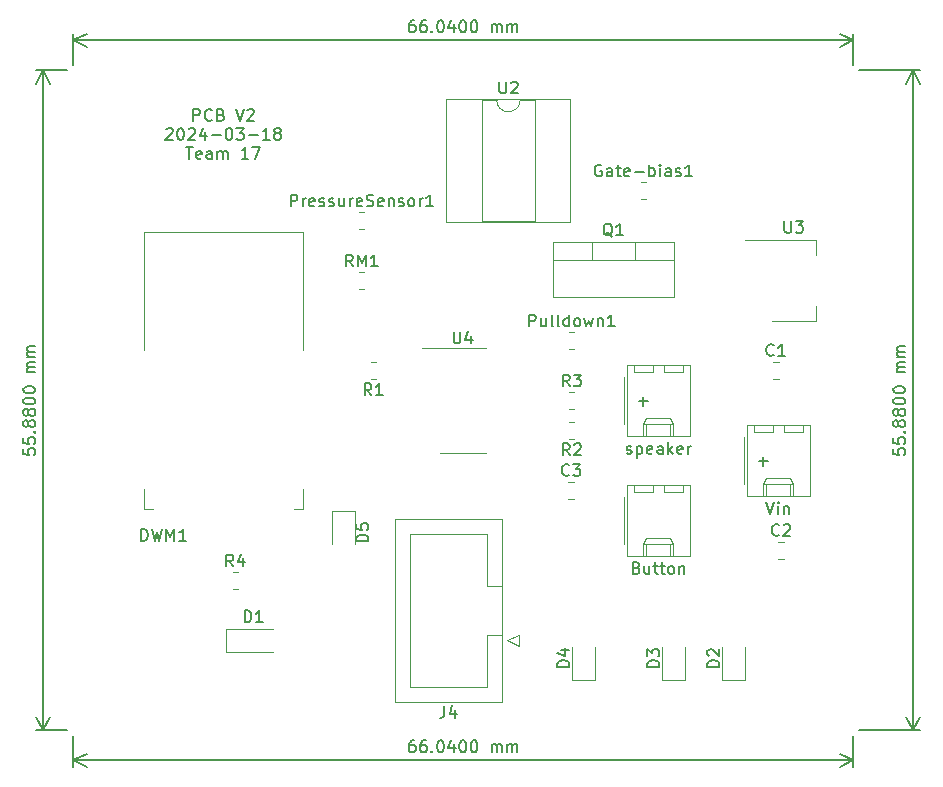
<source format=gto>
G04 #@! TF.GenerationSoftware,KiCad,Pcbnew,7.0.10*
G04 #@! TF.CreationDate,2024-03-26T17:49:21-05:00*
G04 #@! TF.ProjectId,key,6b65792e-6b69-4636-9164-5f7063625858,rev?*
G04 #@! TF.SameCoordinates,Original*
G04 #@! TF.FileFunction,Legend,Top*
G04 #@! TF.FilePolarity,Positive*
%FSLAX46Y46*%
G04 Gerber Fmt 4.6, Leading zero omitted, Abs format (unit mm)*
G04 Created by KiCad (PCBNEW 7.0.10) date 2024-03-26 17:49:21*
%MOMM*%
%LPD*%
G01*
G04 APERTURE LIST*
%ADD10C,0.150000*%
%ADD11C,0.120000*%
G04 APERTURE END LIST*
D10*
X106672381Y-44909819D02*
X106672381Y-43909819D01*
X106672381Y-43909819D02*
X107053333Y-43909819D01*
X107053333Y-43909819D02*
X107148571Y-43957438D01*
X107148571Y-43957438D02*
X107196190Y-44005057D01*
X107196190Y-44005057D02*
X107243809Y-44100295D01*
X107243809Y-44100295D02*
X107243809Y-44243152D01*
X107243809Y-44243152D02*
X107196190Y-44338390D01*
X107196190Y-44338390D02*
X107148571Y-44386009D01*
X107148571Y-44386009D02*
X107053333Y-44433628D01*
X107053333Y-44433628D02*
X106672381Y-44433628D01*
X108243809Y-44814580D02*
X108196190Y-44862200D01*
X108196190Y-44862200D02*
X108053333Y-44909819D01*
X108053333Y-44909819D02*
X107958095Y-44909819D01*
X107958095Y-44909819D02*
X107815238Y-44862200D01*
X107815238Y-44862200D02*
X107720000Y-44766961D01*
X107720000Y-44766961D02*
X107672381Y-44671723D01*
X107672381Y-44671723D02*
X107624762Y-44481247D01*
X107624762Y-44481247D02*
X107624762Y-44338390D01*
X107624762Y-44338390D02*
X107672381Y-44147914D01*
X107672381Y-44147914D02*
X107720000Y-44052676D01*
X107720000Y-44052676D02*
X107815238Y-43957438D01*
X107815238Y-43957438D02*
X107958095Y-43909819D01*
X107958095Y-43909819D02*
X108053333Y-43909819D01*
X108053333Y-43909819D02*
X108196190Y-43957438D01*
X108196190Y-43957438D02*
X108243809Y-44005057D01*
X109005714Y-44386009D02*
X109148571Y-44433628D01*
X109148571Y-44433628D02*
X109196190Y-44481247D01*
X109196190Y-44481247D02*
X109243809Y-44576485D01*
X109243809Y-44576485D02*
X109243809Y-44719342D01*
X109243809Y-44719342D02*
X109196190Y-44814580D01*
X109196190Y-44814580D02*
X109148571Y-44862200D01*
X109148571Y-44862200D02*
X109053333Y-44909819D01*
X109053333Y-44909819D02*
X108672381Y-44909819D01*
X108672381Y-44909819D02*
X108672381Y-43909819D01*
X108672381Y-43909819D02*
X109005714Y-43909819D01*
X109005714Y-43909819D02*
X109100952Y-43957438D01*
X109100952Y-43957438D02*
X109148571Y-44005057D01*
X109148571Y-44005057D02*
X109196190Y-44100295D01*
X109196190Y-44100295D02*
X109196190Y-44195533D01*
X109196190Y-44195533D02*
X109148571Y-44290771D01*
X109148571Y-44290771D02*
X109100952Y-44338390D01*
X109100952Y-44338390D02*
X109005714Y-44386009D01*
X109005714Y-44386009D02*
X108672381Y-44386009D01*
X110291429Y-43909819D02*
X110624762Y-44909819D01*
X110624762Y-44909819D02*
X110958095Y-43909819D01*
X111243810Y-44005057D02*
X111291429Y-43957438D01*
X111291429Y-43957438D02*
X111386667Y-43909819D01*
X111386667Y-43909819D02*
X111624762Y-43909819D01*
X111624762Y-43909819D02*
X111720000Y-43957438D01*
X111720000Y-43957438D02*
X111767619Y-44005057D01*
X111767619Y-44005057D02*
X111815238Y-44100295D01*
X111815238Y-44100295D02*
X111815238Y-44195533D01*
X111815238Y-44195533D02*
X111767619Y-44338390D01*
X111767619Y-44338390D02*
X111196191Y-44909819D01*
X111196191Y-44909819D02*
X111815238Y-44909819D01*
X104362857Y-45615057D02*
X104410476Y-45567438D01*
X104410476Y-45567438D02*
X104505714Y-45519819D01*
X104505714Y-45519819D02*
X104743809Y-45519819D01*
X104743809Y-45519819D02*
X104839047Y-45567438D01*
X104839047Y-45567438D02*
X104886666Y-45615057D01*
X104886666Y-45615057D02*
X104934285Y-45710295D01*
X104934285Y-45710295D02*
X104934285Y-45805533D01*
X104934285Y-45805533D02*
X104886666Y-45948390D01*
X104886666Y-45948390D02*
X104315238Y-46519819D01*
X104315238Y-46519819D02*
X104934285Y-46519819D01*
X105553333Y-45519819D02*
X105648571Y-45519819D01*
X105648571Y-45519819D02*
X105743809Y-45567438D01*
X105743809Y-45567438D02*
X105791428Y-45615057D01*
X105791428Y-45615057D02*
X105839047Y-45710295D01*
X105839047Y-45710295D02*
X105886666Y-45900771D01*
X105886666Y-45900771D02*
X105886666Y-46138866D01*
X105886666Y-46138866D02*
X105839047Y-46329342D01*
X105839047Y-46329342D02*
X105791428Y-46424580D01*
X105791428Y-46424580D02*
X105743809Y-46472200D01*
X105743809Y-46472200D02*
X105648571Y-46519819D01*
X105648571Y-46519819D02*
X105553333Y-46519819D01*
X105553333Y-46519819D02*
X105458095Y-46472200D01*
X105458095Y-46472200D02*
X105410476Y-46424580D01*
X105410476Y-46424580D02*
X105362857Y-46329342D01*
X105362857Y-46329342D02*
X105315238Y-46138866D01*
X105315238Y-46138866D02*
X105315238Y-45900771D01*
X105315238Y-45900771D02*
X105362857Y-45710295D01*
X105362857Y-45710295D02*
X105410476Y-45615057D01*
X105410476Y-45615057D02*
X105458095Y-45567438D01*
X105458095Y-45567438D02*
X105553333Y-45519819D01*
X106267619Y-45615057D02*
X106315238Y-45567438D01*
X106315238Y-45567438D02*
X106410476Y-45519819D01*
X106410476Y-45519819D02*
X106648571Y-45519819D01*
X106648571Y-45519819D02*
X106743809Y-45567438D01*
X106743809Y-45567438D02*
X106791428Y-45615057D01*
X106791428Y-45615057D02*
X106839047Y-45710295D01*
X106839047Y-45710295D02*
X106839047Y-45805533D01*
X106839047Y-45805533D02*
X106791428Y-45948390D01*
X106791428Y-45948390D02*
X106220000Y-46519819D01*
X106220000Y-46519819D02*
X106839047Y-46519819D01*
X107696190Y-45853152D02*
X107696190Y-46519819D01*
X107458095Y-45472200D02*
X107220000Y-46186485D01*
X107220000Y-46186485D02*
X107839047Y-46186485D01*
X108220000Y-46138866D02*
X108981905Y-46138866D01*
X109648571Y-45519819D02*
X109743809Y-45519819D01*
X109743809Y-45519819D02*
X109839047Y-45567438D01*
X109839047Y-45567438D02*
X109886666Y-45615057D01*
X109886666Y-45615057D02*
X109934285Y-45710295D01*
X109934285Y-45710295D02*
X109981904Y-45900771D01*
X109981904Y-45900771D02*
X109981904Y-46138866D01*
X109981904Y-46138866D02*
X109934285Y-46329342D01*
X109934285Y-46329342D02*
X109886666Y-46424580D01*
X109886666Y-46424580D02*
X109839047Y-46472200D01*
X109839047Y-46472200D02*
X109743809Y-46519819D01*
X109743809Y-46519819D02*
X109648571Y-46519819D01*
X109648571Y-46519819D02*
X109553333Y-46472200D01*
X109553333Y-46472200D02*
X109505714Y-46424580D01*
X109505714Y-46424580D02*
X109458095Y-46329342D01*
X109458095Y-46329342D02*
X109410476Y-46138866D01*
X109410476Y-46138866D02*
X109410476Y-45900771D01*
X109410476Y-45900771D02*
X109458095Y-45710295D01*
X109458095Y-45710295D02*
X109505714Y-45615057D01*
X109505714Y-45615057D02*
X109553333Y-45567438D01*
X109553333Y-45567438D02*
X109648571Y-45519819D01*
X110315238Y-45519819D02*
X110934285Y-45519819D01*
X110934285Y-45519819D02*
X110600952Y-45900771D01*
X110600952Y-45900771D02*
X110743809Y-45900771D01*
X110743809Y-45900771D02*
X110839047Y-45948390D01*
X110839047Y-45948390D02*
X110886666Y-45996009D01*
X110886666Y-45996009D02*
X110934285Y-46091247D01*
X110934285Y-46091247D02*
X110934285Y-46329342D01*
X110934285Y-46329342D02*
X110886666Y-46424580D01*
X110886666Y-46424580D02*
X110839047Y-46472200D01*
X110839047Y-46472200D02*
X110743809Y-46519819D01*
X110743809Y-46519819D02*
X110458095Y-46519819D01*
X110458095Y-46519819D02*
X110362857Y-46472200D01*
X110362857Y-46472200D02*
X110315238Y-46424580D01*
X111362857Y-46138866D02*
X112124762Y-46138866D01*
X113124761Y-46519819D02*
X112553333Y-46519819D01*
X112839047Y-46519819D02*
X112839047Y-45519819D01*
X112839047Y-45519819D02*
X112743809Y-45662676D01*
X112743809Y-45662676D02*
X112648571Y-45757914D01*
X112648571Y-45757914D02*
X112553333Y-45805533D01*
X113696190Y-45948390D02*
X113600952Y-45900771D01*
X113600952Y-45900771D02*
X113553333Y-45853152D01*
X113553333Y-45853152D02*
X113505714Y-45757914D01*
X113505714Y-45757914D02*
X113505714Y-45710295D01*
X113505714Y-45710295D02*
X113553333Y-45615057D01*
X113553333Y-45615057D02*
X113600952Y-45567438D01*
X113600952Y-45567438D02*
X113696190Y-45519819D01*
X113696190Y-45519819D02*
X113886666Y-45519819D01*
X113886666Y-45519819D02*
X113981904Y-45567438D01*
X113981904Y-45567438D02*
X114029523Y-45615057D01*
X114029523Y-45615057D02*
X114077142Y-45710295D01*
X114077142Y-45710295D02*
X114077142Y-45757914D01*
X114077142Y-45757914D02*
X114029523Y-45853152D01*
X114029523Y-45853152D02*
X113981904Y-45900771D01*
X113981904Y-45900771D02*
X113886666Y-45948390D01*
X113886666Y-45948390D02*
X113696190Y-45948390D01*
X113696190Y-45948390D02*
X113600952Y-45996009D01*
X113600952Y-45996009D02*
X113553333Y-46043628D01*
X113553333Y-46043628D02*
X113505714Y-46138866D01*
X113505714Y-46138866D02*
X113505714Y-46329342D01*
X113505714Y-46329342D02*
X113553333Y-46424580D01*
X113553333Y-46424580D02*
X113600952Y-46472200D01*
X113600952Y-46472200D02*
X113696190Y-46519819D01*
X113696190Y-46519819D02*
X113886666Y-46519819D01*
X113886666Y-46519819D02*
X113981904Y-46472200D01*
X113981904Y-46472200D02*
X114029523Y-46424580D01*
X114029523Y-46424580D02*
X114077142Y-46329342D01*
X114077142Y-46329342D02*
X114077142Y-46138866D01*
X114077142Y-46138866D02*
X114029523Y-46043628D01*
X114029523Y-46043628D02*
X113981904Y-45996009D01*
X113981904Y-45996009D02*
X113886666Y-45948390D01*
X106053333Y-47129819D02*
X106624761Y-47129819D01*
X106339047Y-48129819D02*
X106339047Y-47129819D01*
X107339047Y-48082200D02*
X107243809Y-48129819D01*
X107243809Y-48129819D02*
X107053333Y-48129819D01*
X107053333Y-48129819D02*
X106958095Y-48082200D01*
X106958095Y-48082200D02*
X106910476Y-47986961D01*
X106910476Y-47986961D02*
X106910476Y-47606009D01*
X106910476Y-47606009D02*
X106958095Y-47510771D01*
X106958095Y-47510771D02*
X107053333Y-47463152D01*
X107053333Y-47463152D02*
X107243809Y-47463152D01*
X107243809Y-47463152D02*
X107339047Y-47510771D01*
X107339047Y-47510771D02*
X107386666Y-47606009D01*
X107386666Y-47606009D02*
X107386666Y-47701247D01*
X107386666Y-47701247D02*
X106910476Y-47796485D01*
X108243809Y-48129819D02*
X108243809Y-47606009D01*
X108243809Y-47606009D02*
X108196190Y-47510771D01*
X108196190Y-47510771D02*
X108100952Y-47463152D01*
X108100952Y-47463152D02*
X107910476Y-47463152D01*
X107910476Y-47463152D02*
X107815238Y-47510771D01*
X108243809Y-48082200D02*
X108148571Y-48129819D01*
X108148571Y-48129819D02*
X107910476Y-48129819D01*
X107910476Y-48129819D02*
X107815238Y-48082200D01*
X107815238Y-48082200D02*
X107767619Y-47986961D01*
X107767619Y-47986961D02*
X107767619Y-47891723D01*
X107767619Y-47891723D02*
X107815238Y-47796485D01*
X107815238Y-47796485D02*
X107910476Y-47748866D01*
X107910476Y-47748866D02*
X108148571Y-47748866D01*
X108148571Y-47748866D02*
X108243809Y-47701247D01*
X108720000Y-48129819D02*
X108720000Y-47463152D01*
X108720000Y-47558390D02*
X108767619Y-47510771D01*
X108767619Y-47510771D02*
X108862857Y-47463152D01*
X108862857Y-47463152D02*
X109005714Y-47463152D01*
X109005714Y-47463152D02*
X109100952Y-47510771D01*
X109100952Y-47510771D02*
X109148571Y-47606009D01*
X109148571Y-47606009D02*
X109148571Y-48129819D01*
X109148571Y-47606009D02*
X109196190Y-47510771D01*
X109196190Y-47510771D02*
X109291428Y-47463152D01*
X109291428Y-47463152D02*
X109434285Y-47463152D01*
X109434285Y-47463152D02*
X109529524Y-47510771D01*
X109529524Y-47510771D02*
X109577143Y-47606009D01*
X109577143Y-47606009D02*
X109577143Y-48129819D01*
X111339047Y-48129819D02*
X110767619Y-48129819D01*
X111053333Y-48129819D02*
X111053333Y-47129819D01*
X111053333Y-47129819D02*
X110958095Y-47272676D01*
X110958095Y-47272676D02*
X110862857Y-47367914D01*
X110862857Y-47367914D02*
X110767619Y-47415533D01*
X111672381Y-47129819D02*
X112339047Y-47129819D01*
X112339047Y-47129819D02*
X111910476Y-48129819D01*
X125397143Y-36404820D02*
X125206667Y-36404820D01*
X125206667Y-36404820D02*
X125111429Y-36452439D01*
X125111429Y-36452439D02*
X125063810Y-36500058D01*
X125063810Y-36500058D02*
X124968572Y-36642915D01*
X124968572Y-36642915D02*
X124920953Y-36833391D01*
X124920953Y-36833391D02*
X124920953Y-37214343D01*
X124920953Y-37214343D02*
X124968572Y-37309581D01*
X124968572Y-37309581D02*
X125016191Y-37357201D01*
X125016191Y-37357201D02*
X125111429Y-37404820D01*
X125111429Y-37404820D02*
X125301905Y-37404820D01*
X125301905Y-37404820D02*
X125397143Y-37357201D01*
X125397143Y-37357201D02*
X125444762Y-37309581D01*
X125444762Y-37309581D02*
X125492381Y-37214343D01*
X125492381Y-37214343D02*
X125492381Y-36976248D01*
X125492381Y-36976248D02*
X125444762Y-36881010D01*
X125444762Y-36881010D02*
X125397143Y-36833391D01*
X125397143Y-36833391D02*
X125301905Y-36785772D01*
X125301905Y-36785772D02*
X125111429Y-36785772D01*
X125111429Y-36785772D02*
X125016191Y-36833391D01*
X125016191Y-36833391D02*
X124968572Y-36881010D01*
X124968572Y-36881010D02*
X124920953Y-36976248D01*
X126349524Y-36404820D02*
X126159048Y-36404820D01*
X126159048Y-36404820D02*
X126063810Y-36452439D01*
X126063810Y-36452439D02*
X126016191Y-36500058D01*
X126016191Y-36500058D02*
X125920953Y-36642915D01*
X125920953Y-36642915D02*
X125873334Y-36833391D01*
X125873334Y-36833391D02*
X125873334Y-37214343D01*
X125873334Y-37214343D02*
X125920953Y-37309581D01*
X125920953Y-37309581D02*
X125968572Y-37357201D01*
X125968572Y-37357201D02*
X126063810Y-37404820D01*
X126063810Y-37404820D02*
X126254286Y-37404820D01*
X126254286Y-37404820D02*
X126349524Y-37357201D01*
X126349524Y-37357201D02*
X126397143Y-37309581D01*
X126397143Y-37309581D02*
X126444762Y-37214343D01*
X126444762Y-37214343D02*
X126444762Y-36976248D01*
X126444762Y-36976248D02*
X126397143Y-36881010D01*
X126397143Y-36881010D02*
X126349524Y-36833391D01*
X126349524Y-36833391D02*
X126254286Y-36785772D01*
X126254286Y-36785772D02*
X126063810Y-36785772D01*
X126063810Y-36785772D02*
X125968572Y-36833391D01*
X125968572Y-36833391D02*
X125920953Y-36881010D01*
X125920953Y-36881010D02*
X125873334Y-36976248D01*
X126873334Y-37309581D02*
X126920953Y-37357201D01*
X126920953Y-37357201D02*
X126873334Y-37404820D01*
X126873334Y-37404820D02*
X126825715Y-37357201D01*
X126825715Y-37357201D02*
X126873334Y-37309581D01*
X126873334Y-37309581D02*
X126873334Y-37404820D01*
X127540000Y-36404820D02*
X127635238Y-36404820D01*
X127635238Y-36404820D02*
X127730476Y-36452439D01*
X127730476Y-36452439D02*
X127778095Y-36500058D01*
X127778095Y-36500058D02*
X127825714Y-36595296D01*
X127825714Y-36595296D02*
X127873333Y-36785772D01*
X127873333Y-36785772D02*
X127873333Y-37023867D01*
X127873333Y-37023867D02*
X127825714Y-37214343D01*
X127825714Y-37214343D02*
X127778095Y-37309581D01*
X127778095Y-37309581D02*
X127730476Y-37357201D01*
X127730476Y-37357201D02*
X127635238Y-37404820D01*
X127635238Y-37404820D02*
X127540000Y-37404820D01*
X127540000Y-37404820D02*
X127444762Y-37357201D01*
X127444762Y-37357201D02*
X127397143Y-37309581D01*
X127397143Y-37309581D02*
X127349524Y-37214343D01*
X127349524Y-37214343D02*
X127301905Y-37023867D01*
X127301905Y-37023867D02*
X127301905Y-36785772D01*
X127301905Y-36785772D02*
X127349524Y-36595296D01*
X127349524Y-36595296D02*
X127397143Y-36500058D01*
X127397143Y-36500058D02*
X127444762Y-36452439D01*
X127444762Y-36452439D02*
X127540000Y-36404820D01*
X128730476Y-36738153D02*
X128730476Y-37404820D01*
X128492381Y-36357201D02*
X128254286Y-37071486D01*
X128254286Y-37071486D02*
X128873333Y-37071486D01*
X129444762Y-36404820D02*
X129540000Y-36404820D01*
X129540000Y-36404820D02*
X129635238Y-36452439D01*
X129635238Y-36452439D02*
X129682857Y-36500058D01*
X129682857Y-36500058D02*
X129730476Y-36595296D01*
X129730476Y-36595296D02*
X129778095Y-36785772D01*
X129778095Y-36785772D02*
X129778095Y-37023867D01*
X129778095Y-37023867D02*
X129730476Y-37214343D01*
X129730476Y-37214343D02*
X129682857Y-37309581D01*
X129682857Y-37309581D02*
X129635238Y-37357201D01*
X129635238Y-37357201D02*
X129540000Y-37404820D01*
X129540000Y-37404820D02*
X129444762Y-37404820D01*
X129444762Y-37404820D02*
X129349524Y-37357201D01*
X129349524Y-37357201D02*
X129301905Y-37309581D01*
X129301905Y-37309581D02*
X129254286Y-37214343D01*
X129254286Y-37214343D02*
X129206667Y-37023867D01*
X129206667Y-37023867D02*
X129206667Y-36785772D01*
X129206667Y-36785772D02*
X129254286Y-36595296D01*
X129254286Y-36595296D02*
X129301905Y-36500058D01*
X129301905Y-36500058D02*
X129349524Y-36452439D01*
X129349524Y-36452439D02*
X129444762Y-36404820D01*
X130397143Y-36404820D02*
X130492381Y-36404820D01*
X130492381Y-36404820D02*
X130587619Y-36452439D01*
X130587619Y-36452439D02*
X130635238Y-36500058D01*
X130635238Y-36500058D02*
X130682857Y-36595296D01*
X130682857Y-36595296D02*
X130730476Y-36785772D01*
X130730476Y-36785772D02*
X130730476Y-37023867D01*
X130730476Y-37023867D02*
X130682857Y-37214343D01*
X130682857Y-37214343D02*
X130635238Y-37309581D01*
X130635238Y-37309581D02*
X130587619Y-37357201D01*
X130587619Y-37357201D02*
X130492381Y-37404820D01*
X130492381Y-37404820D02*
X130397143Y-37404820D01*
X130397143Y-37404820D02*
X130301905Y-37357201D01*
X130301905Y-37357201D02*
X130254286Y-37309581D01*
X130254286Y-37309581D02*
X130206667Y-37214343D01*
X130206667Y-37214343D02*
X130159048Y-37023867D01*
X130159048Y-37023867D02*
X130159048Y-36785772D01*
X130159048Y-36785772D02*
X130206667Y-36595296D01*
X130206667Y-36595296D02*
X130254286Y-36500058D01*
X130254286Y-36500058D02*
X130301905Y-36452439D01*
X130301905Y-36452439D02*
X130397143Y-36404820D01*
X131920953Y-37404820D02*
X131920953Y-36738153D01*
X131920953Y-36833391D02*
X131968572Y-36785772D01*
X131968572Y-36785772D02*
X132063810Y-36738153D01*
X132063810Y-36738153D02*
X132206667Y-36738153D01*
X132206667Y-36738153D02*
X132301905Y-36785772D01*
X132301905Y-36785772D02*
X132349524Y-36881010D01*
X132349524Y-36881010D02*
X132349524Y-37404820D01*
X132349524Y-36881010D02*
X132397143Y-36785772D01*
X132397143Y-36785772D02*
X132492381Y-36738153D01*
X132492381Y-36738153D02*
X132635238Y-36738153D01*
X132635238Y-36738153D02*
X132730477Y-36785772D01*
X132730477Y-36785772D02*
X132778096Y-36881010D01*
X132778096Y-36881010D02*
X132778096Y-37404820D01*
X133254286Y-37404820D02*
X133254286Y-36738153D01*
X133254286Y-36833391D02*
X133301905Y-36785772D01*
X133301905Y-36785772D02*
X133397143Y-36738153D01*
X133397143Y-36738153D02*
X133540000Y-36738153D01*
X133540000Y-36738153D02*
X133635238Y-36785772D01*
X133635238Y-36785772D02*
X133682857Y-36881010D01*
X133682857Y-36881010D02*
X133682857Y-37404820D01*
X133682857Y-36881010D02*
X133730476Y-36785772D01*
X133730476Y-36785772D02*
X133825714Y-36738153D01*
X133825714Y-36738153D02*
X133968571Y-36738153D01*
X133968571Y-36738153D02*
X134063810Y-36785772D01*
X134063810Y-36785772D02*
X134111429Y-36881010D01*
X134111429Y-36881010D02*
X134111429Y-37404820D01*
X162560000Y-40140000D02*
X162560000Y-37513581D01*
X96520000Y-40140000D02*
X96520000Y-37513581D01*
X162560000Y-38100001D02*
X96520000Y-38100001D01*
X162560000Y-38100001D02*
X96520000Y-38100001D01*
X162560000Y-38100001D02*
X161433496Y-38686422D01*
X162560000Y-38100001D02*
X161433496Y-37513580D01*
X96520000Y-38100001D02*
X97646504Y-37513580D01*
X96520000Y-38100001D02*
X97646504Y-38686422D01*
X125397143Y-97364819D02*
X125206667Y-97364819D01*
X125206667Y-97364819D02*
X125111429Y-97412438D01*
X125111429Y-97412438D02*
X125063810Y-97460057D01*
X125063810Y-97460057D02*
X124968572Y-97602914D01*
X124968572Y-97602914D02*
X124920953Y-97793390D01*
X124920953Y-97793390D02*
X124920953Y-98174342D01*
X124920953Y-98174342D02*
X124968572Y-98269580D01*
X124968572Y-98269580D02*
X125016191Y-98317200D01*
X125016191Y-98317200D02*
X125111429Y-98364819D01*
X125111429Y-98364819D02*
X125301905Y-98364819D01*
X125301905Y-98364819D02*
X125397143Y-98317200D01*
X125397143Y-98317200D02*
X125444762Y-98269580D01*
X125444762Y-98269580D02*
X125492381Y-98174342D01*
X125492381Y-98174342D02*
X125492381Y-97936247D01*
X125492381Y-97936247D02*
X125444762Y-97841009D01*
X125444762Y-97841009D02*
X125397143Y-97793390D01*
X125397143Y-97793390D02*
X125301905Y-97745771D01*
X125301905Y-97745771D02*
X125111429Y-97745771D01*
X125111429Y-97745771D02*
X125016191Y-97793390D01*
X125016191Y-97793390D02*
X124968572Y-97841009D01*
X124968572Y-97841009D02*
X124920953Y-97936247D01*
X126349524Y-97364819D02*
X126159048Y-97364819D01*
X126159048Y-97364819D02*
X126063810Y-97412438D01*
X126063810Y-97412438D02*
X126016191Y-97460057D01*
X126016191Y-97460057D02*
X125920953Y-97602914D01*
X125920953Y-97602914D02*
X125873334Y-97793390D01*
X125873334Y-97793390D02*
X125873334Y-98174342D01*
X125873334Y-98174342D02*
X125920953Y-98269580D01*
X125920953Y-98269580D02*
X125968572Y-98317200D01*
X125968572Y-98317200D02*
X126063810Y-98364819D01*
X126063810Y-98364819D02*
X126254286Y-98364819D01*
X126254286Y-98364819D02*
X126349524Y-98317200D01*
X126349524Y-98317200D02*
X126397143Y-98269580D01*
X126397143Y-98269580D02*
X126444762Y-98174342D01*
X126444762Y-98174342D02*
X126444762Y-97936247D01*
X126444762Y-97936247D02*
X126397143Y-97841009D01*
X126397143Y-97841009D02*
X126349524Y-97793390D01*
X126349524Y-97793390D02*
X126254286Y-97745771D01*
X126254286Y-97745771D02*
X126063810Y-97745771D01*
X126063810Y-97745771D02*
X125968572Y-97793390D01*
X125968572Y-97793390D02*
X125920953Y-97841009D01*
X125920953Y-97841009D02*
X125873334Y-97936247D01*
X126873334Y-98269580D02*
X126920953Y-98317200D01*
X126920953Y-98317200D02*
X126873334Y-98364819D01*
X126873334Y-98364819D02*
X126825715Y-98317200D01*
X126825715Y-98317200D02*
X126873334Y-98269580D01*
X126873334Y-98269580D02*
X126873334Y-98364819D01*
X127540000Y-97364819D02*
X127635238Y-97364819D01*
X127635238Y-97364819D02*
X127730476Y-97412438D01*
X127730476Y-97412438D02*
X127778095Y-97460057D01*
X127778095Y-97460057D02*
X127825714Y-97555295D01*
X127825714Y-97555295D02*
X127873333Y-97745771D01*
X127873333Y-97745771D02*
X127873333Y-97983866D01*
X127873333Y-97983866D02*
X127825714Y-98174342D01*
X127825714Y-98174342D02*
X127778095Y-98269580D01*
X127778095Y-98269580D02*
X127730476Y-98317200D01*
X127730476Y-98317200D02*
X127635238Y-98364819D01*
X127635238Y-98364819D02*
X127540000Y-98364819D01*
X127540000Y-98364819D02*
X127444762Y-98317200D01*
X127444762Y-98317200D02*
X127397143Y-98269580D01*
X127397143Y-98269580D02*
X127349524Y-98174342D01*
X127349524Y-98174342D02*
X127301905Y-97983866D01*
X127301905Y-97983866D02*
X127301905Y-97745771D01*
X127301905Y-97745771D02*
X127349524Y-97555295D01*
X127349524Y-97555295D02*
X127397143Y-97460057D01*
X127397143Y-97460057D02*
X127444762Y-97412438D01*
X127444762Y-97412438D02*
X127540000Y-97364819D01*
X128730476Y-97698152D02*
X128730476Y-98364819D01*
X128492381Y-97317200D02*
X128254286Y-98031485D01*
X128254286Y-98031485D02*
X128873333Y-98031485D01*
X129444762Y-97364819D02*
X129540000Y-97364819D01*
X129540000Y-97364819D02*
X129635238Y-97412438D01*
X129635238Y-97412438D02*
X129682857Y-97460057D01*
X129682857Y-97460057D02*
X129730476Y-97555295D01*
X129730476Y-97555295D02*
X129778095Y-97745771D01*
X129778095Y-97745771D02*
X129778095Y-97983866D01*
X129778095Y-97983866D02*
X129730476Y-98174342D01*
X129730476Y-98174342D02*
X129682857Y-98269580D01*
X129682857Y-98269580D02*
X129635238Y-98317200D01*
X129635238Y-98317200D02*
X129540000Y-98364819D01*
X129540000Y-98364819D02*
X129444762Y-98364819D01*
X129444762Y-98364819D02*
X129349524Y-98317200D01*
X129349524Y-98317200D02*
X129301905Y-98269580D01*
X129301905Y-98269580D02*
X129254286Y-98174342D01*
X129254286Y-98174342D02*
X129206667Y-97983866D01*
X129206667Y-97983866D02*
X129206667Y-97745771D01*
X129206667Y-97745771D02*
X129254286Y-97555295D01*
X129254286Y-97555295D02*
X129301905Y-97460057D01*
X129301905Y-97460057D02*
X129349524Y-97412438D01*
X129349524Y-97412438D02*
X129444762Y-97364819D01*
X130397143Y-97364819D02*
X130492381Y-97364819D01*
X130492381Y-97364819D02*
X130587619Y-97412438D01*
X130587619Y-97412438D02*
X130635238Y-97460057D01*
X130635238Y-97460057D02*
X130682857Y-97555295D01*
X130682857Y-97555295D02*
X130730476Y-97745771D01*
X130730476Y-97745771D02*
X130730476Y-97983866D01*
X130730476Y-97983866D02*
X130682857Y-98174342D01*
X130682857Y-98174342D02*
X130635238Y-98269580D01*
X130635238Y-98269580D02*
X130587619Y-98317200D01*
X130587619Y-98317200D02*
X130492381Y-98364819D01*
X130492381Y-98364819D02*
X130397143Y-98364819D01*
X130397143Y-98364819D02*
X130301905Y-98317200D01*
X130301905Y-98317200D02*
X130254286Y-98269580D01*
X130254286Y-98269580D02*
X130206667Y-98174342D01*
X130206667Y-98174342D02*
X130159048Y-97983866D01*
X130159048Y-97983866D02*
X130159048Y-97745771D01*
X130159048Y-97745771D02*
X130206667Y-97555295D01*
X130206667Y-97555295D02*
X130254286Y-97460057D01*
X130254286Y-97460057D02*
X130301905Y-97412438D01*
X130301905Y-97412438D02*
X130397143Y-97364819D01*
X131920953Y-98364819D02*
X131920953Y-97698152D01*
X131920953Y-97793390D02*
X131968572Y-97745771D01*
X131968572Y-97745771D02*
X132063810Y-97698152D01*
X132063810Y-97698152D02*
X132206667Y-97698152D01*
X132206667Y-97698152D02*
X132301905Y-97745771D01*
X132301905Y-97745771D02*
X132349524Y-97841009D01*
X132349524Y-97841009D02*
X132349524Y-98364819D01*
X132349524Y-97841009D02*
X132397143Y-97745771D01*
X132397143Y-97745771D02*
X132492381Y-97698152D01*
X132492381Y-97698152D02*
X132635238Y-97698152D01*
X132635238Y-97698152D02*
X132730477Y-97745771D01*
X132730477Y-97745771D02*
X132778096Y-97841009D01*
X132778096Y-97841009D02*
X132778096Y-98364819D01*
X133254286Y-98364819D02*
X133254286Y-97698152D01*
X133254286Y-97793390D02*
X133301905Y-97745771D01*
X133301905Y-97745771D02*
X133397143Y-97698152D01*
X133397143Y-97698152D02*
X133540000Y-97698152D01*
X133540000Y-97698152D02*
X133635238Y-97745771D01*
X133635238Y-97745771D02*
X133682857Y-97841009D01*
X133682857Y-97841009D02*
X133682857Y-98364819D01*
X133682857Y-97841009D02*
X133730476Y-97745771D01*
X133730476Y-97745771D02*
X133825714Y-97698152D01*
X133825714Y-97698152D02*
X133968571Y-97698152D01*
X133968571Y-97698152D02*
X134063810Y-97745771D01*
X134063810Y-97745771D02*
X134111429Y-97841009D01*
X134111429Y-97841009D02*
X134111429Y-98364819D01*
X96520000Y-97020000D02*
X96520000Y-99646420D01*
X162560000Y-97020000D02*
X162560000Y-99646420D01*
X96520000Y-99060000D02*
X162560000Y-99060000D01*
X96520000Y-99060000D02*
X162560000Y-99060000D01*
X96520000Y-99060000D02*
X97646504Y-98473579D01*
X96520000Y-99060000D02*
X97646504Y-99646421D01*
X162560000Y-99060000D02*
X161433496Y-99646421D01*
X162560000Y-99060000D02*
X161433496Y-98473579D01*
X92284820Y-72675237D02*
X92284820Y-73151427D01*
X92284820Y-73151427D02*
X92761010Y-73199046D01*
X92761010Y-73199046D02*
X92713391Y-73151427D01*
X92713391Y-73151427D02*
X92665772Y-73056189D01*
X92665772Y-73056189D02*
X92665772Y-72818094D01*
X92665772Y-72818094D02*
X92713391Y-72722856D01*
X92713391Y-72722856D02*
X92761010Y-72675237D01*
X92761010Y-72675237D02*
X92856248Y-72627618D01*
X92856248Y-72627618D02*
X93094343Y-72627618D01*
X93094343Y-72627618D02*
X93189581Y-72675237D01*
X93189581Y-72675237D02*
X93237201Y-72722856D01*
X93237201Y-72722856D02*
X93284820Y-72818094D01*
X93284820Y-72818094D02*
X93284820Y-73056189D01*
X93284820Y-73056189D02*
X93237201Y-73151427D01*
X93237201Y-73151427D02*
X93189581Y-73199046D01*
X92284820Y-71722856D02*
X92284820Y-72199046D01*
X92284820Y-72199046D02*
X92761010Y-72246665D01*
X92761010Y-72246665D02*
X92713391Y-72199046D01*
X92713391Y-72199046D02*
X92665772Y-72103808D01*
X92665772Y-72103808D02*
X92665772Y-71865713D01*
X92665772Y-71865713D02*
X92713391Y-71770475D01*
X92713391Y-71770475D02*
X92761010Y-71722856D01*
X92761010Y-71722856D02*
X92856248Y-71675237D01*
X92856248Y-71675237D02*
X93094343Y-71675237D01*
X93094343Y-71675237D02*
X93189581Y-71722856D01*
X93189581Y-71722856D02*
X93237201Y-71770475D01*
X93237201Y-71770475D02*
X93284820Y-71865713D01*
X93284820Y-71865713D02*
X93284820Y-72103808D01*
X93284820Y-72103808D02*
X93237201Y-72199046D01*
X93237201Y-72199046D02*
X93189581Y-72246665D01*
X93189581Y-71246665D02*
X93237201Y-71199046D01*
X93237201Y-71199046D02*
X93284820Y-71246665D01*
X93284820Y-71246665D02*
X93237201Y-71294284D01*
X93237201Y-71294284D02*
X93189581Y-71246665D01*
X93189581Y-71246665D02*
X93284820Y-71246665D01*
X92713391Y-70627618D02*
X92665772Y-70722856D01*
X92665772Y-70722856D02*
X92618153Y-70770475D01*
X92618153Y-70770475D02*
X92522915Y-70818094D01*
X92522915Y-70818094D02*
X92475296Y-70818094D01*
X92475296Y-70818094D02*
X92380058Y-70770475D01*
X92380058Y-70770475D02*
X92332439Y-70722856D01*
X92332439Y-70722856D02*
X92284820Y-70627618D01*
X92284820Y-70627618D02*
X92284820Y-70437142D01*
X92284820Y-70437142D02*
X92332439Y-70341904D01*
X92332439Y-70341904D02*
X92380058Y-70294285D01*
X92380058Y-70294285D02*
X92475296Y-70246666D01*
X92475296Y-70246666D02*
X92522915Y-70246666D01*
X92522915Y-70246666D02*
X92618153Y-70294285D01*
X92618153Y-70294285D02*
X92665772Y-70341904D01*
X92665772Y-70341904D02*
X92713391Y-70437142D01*
X92713391Y-70437142D02*
X92713391Y-70627618D01*
X92713391Y-70627618D02*
X92761010Y-70722856D01*
X92761010Y-70722856D02*
X92808629Y-70770475D01*
X92808629Y-70770475D02*
X92903867Y-70818094D01*
X92903867Y-70818094D02*
X93094343Y-70818094D01*
X93094343Y-70818094D02*
X93189581Y-70770475D01*
X93189581Y-70770475D02*
X93237201Y-70722856D01*
X93237201Y-70722856D02*
X93284820Y-70627618D01*
X93284820Y-70627618D02*
X93284820Y-70437142D01*
X93284820Y-70437142D02*
X93237201Y-70341904D01*
X93237201Y-70341904D02*
X93189581Y-70294285D01*
X93189581Y-70294285D02*
X93094343Y-70246666D01*
X93094343Y-70246666D02*
X92903867Y-70246666D01*
X92903867Y-70246666D02*
X92808629Y-70294285D01*
X92808629Y-70294285D02*
X92761010Y-70341904D01*
X92761010Y-70341904D02*
X92713391Y-70437142D01*
X92713391Y-69675237D02*
X92665772Y-69770475D01*
X92665772Y-69770475D02*
X92618153Y-69818094D01*
X92618153Y-69818094D02*
X92522915Y-69865713D01*
X92522915Y-69865713D02*
X92475296Y-69865713D01*
X92475296Y-69865713D02*
X92380058Y-69818094D01*
X92380058Y-69818094D02*
X92332439Y-69770475D01*
X92332439Y-69770475D02*
X92284820Y-69675237D01*
X92284820Y-69675237D02*
X92284820Y-69484761D01*
X92284820Y-69484761D02*
X92332439Y-69389523D01*
X92332439Y-69389523D02*
X92380058Y-69341904D01*
X92380058Y-69341904D02*
X92475296Y-69294285D01*
X92475296Y-69294285D02*
X92522915Y-69294285D01*
X92522915Y-69294285D02*
X92618153Y-69341904D01*
X92618153Y-69341904D02*
X92665772Y-69389523D01*
X92665772Y-69389523D02*
X92713391Y-69484761D01*
X92713391Y-69484761D02*
X92713391Y-69675237D01*
X92713391Y-69675237D02*
X92761010Y-69770475D01*
X92761010Y-69770475D02*
X92808629Y-69818094D01*
X92808629Y-69818094D02*
X92903867Y-69865713D01*
X92903867Y-69865713D02*
X93094343Y-69865713D01*
X93094343Y-69865713D02*
X93189581Y-69818094D01*
X93189581Y-69818094D02*
X93237201Y-69770475D01*
X93237201Y-69770475D02*
X93284820Y-69675237D01*
X93284820Y-69675237D02*
X93284820Y-69484761D01*
X93284820Y-69484761D02*
X93237201Y-69389523D01*
X93237201Y-69389523D02*
X93189581Y-69341904D01*
X93189581Y-69341904D02*
X93094343Y-69294285D01*
X93094343Y-69294285D02*
X92903867Y-69294285D01*
X92903867Y-69294285D02*
X92808629Y-69341904D01*
X92808629Y-69341904D02*
X92761010Y-69389523D01*
X92761010Y-69389523D02*
X92713391Y-69484761D01*
X92284820Y-68675237D02*
X92284820Y-68579999D01*
X92284820Y-68579999D02*
X92332439Y-68484761D01*
X92332439Y-68484761D02*
X92380058Y-68437142D01*
X92380058Y-68437142D02*
X92475296Y-68389523D01*
X92475296Y-68389523D02*
X92665772Y-68341904D01*
X92665772Y-68341904D02*
X92903867Y-68341904D01*
X92903867Y-68341904D02*
X93094343Y-68389523D01*
X93094343Y-68389523D02*
X93189581Y-68437142D01*
X93189581Y-68437142D02*
X93237201Y-68484761D01*
X93237201Y-68484761D02*
X93284820Y-68579999D01*
X93284820Y-68579999D02*
X93284820Y-68675237D01*
X93284820Y-68675237D02*
X93237201Y-68770475D01*
X93237201Y-68770475D02*
X93189581Y-68818094D01*
X93189581Y-68818094D02*
X93094343Y-68865713D01*
X93094343Y-68865713D02*
X92903867Y-68913332D01*
X92903867Y-68913332D02*
X92665772Y-68913332D01*
X92665772Y-68913332D02*
X92475296Y-68865713D01*
X92475296Y-68865713D02*
X92380058Y-68818094D01*
X92380058Y-68818094D02*
X92332439Y-68770475D01*
X92332439Y-68770475D02*
X92284820Y-68675237D01*
X92284820Y-67722856D02*
X92284820Y-67627618D01*
X92284820Y-67627618D02*
X92332439Y-67532380D01*
X92332439Y-67532380D02*
X92380058Y-67484761D01*
X92380058Y-67484761D02*
X92475296Y-67437142D01*
X92475296Y-67437142D02*
X92665772Y-67389523D01*
X92665772Y-67389523D02*
X92903867Y-67389523D01*
X92903867Y-67389523D02*
X93094343Y-67437142D01*
X93094343Y-67437142D02*
X93189581Y-67484761D01*
X93189581Y-67484761D02*
X93237201Y-67532380D01*
X93237201Y-67532380D02*
X93284820Y-67627618D01*
X93284820Y-67627618D02*
X93284820Y-67722856D01*
X93284820Y-67722856D02*
X93237201Y-67818094D01*
X93237201Y-67818094D02*
X93189581Y-67865713D01*
X93189581Y-67865713D02*
X93094343Y-67913332D01*
X93094343Y-67913332D02*
X92903867Y-67960951D01*
X92903867Y-67960951D02*
X92665772Y-67960951D01*
X92665772Y-67960951D02*
X92475296Y-67913332D01*
X92475296Y-67913332D02*
X92380058Y-67865713D01*
X92380058Y-67865713D02*
X92332439Y-67818094D01*
X92332439Y-67818094D02*
X92284820Y-67722856D01*
X93284820Y-66199046D02*
X92618153Y-66199046D01*
X92713391Y-66199046D02*
X92665772Y-66151427D01*
X92665772Y-66151427D02*
X92618153Y-66056189D01*
X92618153Y-66056189D02*
X92618153Y-65913332D01*
X92618153Y-65913332D02*
X92665772Y-65818094D01*
X92665772Y-65818094D02*
X92761010Y-65770475D01*
X92761010Y-65770475D02*
X93284820Y-65770475D01*
X92761010Y-65770475D02*
X92665772Y-65722856D01*
X92665772Y-65722856D02*
X92618153Y-65627618D01*
X92618153Y-65627618D02*
X92618153Y-65484761D01*
X92618153Y-65484761D02*
X92665772Y-65389522D01*
X92665772Y-65389522D02*
X92761010Y-65341903D01*
X92761010Y-65341903D02*
X93284820Y-65341903D01*
X93284820Y-64865713D02*
X92618153Y-64865713D01*
X92713391Y-64865713D02*
X92665772Y-64818094D01*
X92665772Y-64818094D02*
X92618153Y-64722856D01*
X92618153Y-64722856D02*
X92618153Y-64579999D01*
X92618153Y-64579999D02*
X92665772Y-64484761D01*
X92665772Y-64484761D02*
X92761010Y-64437142D01*
X92761010Y-64437142D02*
X93284820Y-64437142D01*
X92761010Y-64437142D02*
X92665772Y-64389523D01*
X92665772Y-64389523D02*
X92618153Y-64294285D01*
X92618153Y-64294285D02*
X92618153Y-64151428D01*
X92618153Y-64151428D02*
X92665772Y-64056189D01*
X92665772Y-64056189D02*
X92761010Y-64008570D01*
X92761010Y-64008570D02*
X93284820Y-64008570D01*
X96020000Y-40640000D02*
X93393581Y-40640000D01*
X96020000Y-96520000D02*
X93393581Y-96520000D01*
X93980001Y-40640000D02*
X93980001Y-96520000D01*
X93980001Y-40640000D02*
X93980001Y-96520000D01*
X93980001Y-40640000D02*
X94566422Y-41766504D01*
X93980001Y-40640000D02*
X93393580Y-41766504D01*
X93980001Y-96520000D02*
X93393580Y-95393496D01*
X93980001Y-96520000D02*
X94566422Y-95393496D01*
X165944819Y-72675237D02*
X165944819Y-73151427D01*
X165944819Y-73151427D02*
X166421009Y-73199046D01*
X166421009Y-73199046D02*
X166373390Y-73151427D01*
X166373390Y-73151427D02*
X166325771Y-73056189D01*
X166325771Y-73056189D02*
X166325771Y-72818094D01*
X166325771Y-72818094D02*
X166373390Y-72722856D01*
X166373390Y-72722856D02*
X166421009Y-72675237D01*
X166421009Y-72675237D02*
X166516247Y-72627618D01*
X166516247Y-72627618D02*
X166754342Y-72627618D01*
X166754342Y-72627618D02*
X166849580Y-72675237D01*
X166849580Y-72675237D02*
X166897200Y-72722856D01*
X166897200Y-72722856D02*
X166944819Y-72818094D01*
X166944819Y-72818094D02*
X166944819Y-73056189D01*
X166944819Y-73056189D02*
X166897200Y-73151427D01*
X166897200Y-73151427D02*
X166849580Y-73199046D01*
X165944819Y-71722856D02*
X165944819Y-72199046D01*
X165944819Y-72199046D02*
X166421009Y-72246665D01*
X166421009Y-72246665D02*
X166373390Y-72199046D01*
X166373390Y-72199046D02*
X166325771Y-72103808D01*
X166325771Y-72103808D02*
X166325771Y-71865713D01*
X166325771Y-71865713D02*
X166373390Y-71770475D01*
X166373390Y-71770475D02*
X166421009Y-71722856D01*
X166421009Y-71722856D02*
X166516247Y-71675237D01*
X166516247Y-71675237D02*
X166754342Y-71675237D01*
X166754342Y-71675237D02*
X166849580Y-71722856D01*
X166849580Y-71722856D02*
X166897200Y-71770475D01*
X166897200Y-71770475D02*
X166944819Y-71865713D01*
X166944819Y-71865713D02*
X166944819Y-72103808D01*
X166944819Y-72103808D02*
X166897200Y-72199046D01*
X166897200Y-72199046D02*
X166849580Y-72246665D01*
X166849580Y-71246665D02*
X166897200Y-71199046D01*
X166897200Y-71199046D02*
X166944819Y-71246665D01*
X166944819Y-71246665D02*
X166897200Y-71294284D01*
X166897200Y-71294284D02*
X166849580Y-71246665D01*
X166849580Y-71246665D02*
X166944819Y-71246665D01*
X166373390Y-70627618D02*
X166325771Y-70722856D01*
X166325771Y-70722856D02*
X166278152Y-70770475D01*
X166278152Y-70770475D02*
X166182914Y-70818094D01*
X166182914Y-70818094D02*
X166135295Y-70818094D01*
X166135295Y-70818094D02*
X166040057Y-70770475D01*
X166040057Y-70770475D02*
X165992438Y-70722856D01*
X165992438Y-70722856D02*
X165944819Y-70627618D01*
X165944819Y-70627618D02*
X165944819Y-70437142D01*
X165944819Y-70437142D02*
X165992438Y-70341904D01*
X165992438Y-70341904D02*
X166040057Y-70294285D01*
X166040057Y-70294285D02*
X166135295Y-70246666D01*
X166135295Y-70246666D02*
X166182914Y-70246666D01*
X166182914Y-70246666D02*
X166278152Y-70294285D01*
X166278152Y-70294285D02*
X166325771Y-70341904D01*
X166325771Y-70341904D02*
X166373390Y-70437142D01*
X166373390Y-70437142D02*
X166373390Y-70627618D01*
X166373390Y-70627618D02*
X166421009Y-70722856D01*
X166421009Y-70722856D02*
X166468628Y-70770475D01*
X166468628Y-70770475D02*
X166563866Y-70818094D01*
X166563866Y-70818094D02*
X166754342Y-70818094D01*
X166754342Y-70818094D02*
X166849580Y-70770475D01*
X166849580Y-70770475D02*
X166897200Y-70722856D01*
X166897200Y-70722856D02*
X166944819Y-70627618D01*
X166944819Y-70627618D02*
X166944819Y-70437142D01*
X166944819Y-70437142D02*
X166897200Y-70341904D01*
X166897200Y-70341904D02*
X166849580Y-70294285D01*
X166849580Y-70294285D02*
X166754342Y-70246666D01*
X166754342Y-70246666D02*
X166563866Y-70246666D01*
X166563866Y-70246666D02*
X166468628Y-70294285D01*
X166468628Y-70294285D02*
X166421009Y-70341904D01*
X166421009Y-70341904D02*
X166373390Y-70437142D01*
X166373390Y-69675237D02*
X166325771Y-69770475D01*
X166325771Y-69770475D02*
X166278152Y-69818094D01*
X166278152Y-69818094D02*
X166182914Y-69865713D01*
X166182914Y-69865713D02*
X166135295Y-69865713D01*
X166135295Y-69865713D02*
X166040057Y-69818094D01*
X166040057Y-69818094D02*
X165992438Y-69770475D01*
X165992438Y-69770475D02*
X165944819Y-69675237D01*
X165944819Y-69675237D02*
X165944819Y-69484761D01*
X165944819Y-69484761D02*
X165992438Y-69389523D01*
X165992438Y-69389523D02*
X166040057Y-69341904D01*
X166040057Y-69341904D02*
X166135295Y-69294285D01*
X166135295Y-69294285D02*
X166182914Y-69294285D01*
X166182914Y-69294285D02*
X166278152Y-69341904D01*
X166278152Y-69341904D02*
X166325771Y-69389523D01*
X166325771Y-69389523D02*
X166373390Y-69484761D01*
X166373390Y-69484761D02*
X166373390Y-69675237D01*
X166373390Y-69675237D02*
X166421009Y-69770475D01*
X166421009Y-69770475D02*
X166468628Y-69818094D01*
X166468628Y-69818094D02*
X166563866Y-69865713D01*
X166563866Y-69865713D02*
X166754342Y-69865713D01*
X166754342Y-69865713D02*
X166849580Y-69818094D01*
X166849580Y-69818094D02*
X166897200Y-69770475D01*
X166897200Y-69770475D02*
X166944819Y-69675237D01*
X166944819Y-69675237D02*
X166944819Y-69484761D01*
X166944819Y-69484761D02*
X166897200Y-69389523D01*
X166897200Y-69389523D02*
X166849580Y-69341904D01*
X166849580Y-69341904D02*
X166754342Y-69294285D01*
X166754342Y-69294285D02*
X166563866Y-69294285D01*
X166563866Y-69294285D02*
X166468628Y-69341904D01*
X166468628Y-69341904D02*
X166421009Y-69389523D01*
X166421009Y-69389523D02*
X166373390Y-69484761D01*
X165944819Y-68675237D02*
X165944819Y-68579999D01*
X165944819Y-68579999D02*
X165992438Y-68484761D01*
X165992438Y-68484761D02*
X166040057Y-68437142D01*
X166040057Y-68437142D02*
X166135295Y-68389523D01*
X166135295Y-68389523D02*
X166325771Y-68341904D01*
X166325771Y-68341904D02*
X166563866Y-68341904D01*
X166563866Y-68341904D02*
X166754342Y-68389523D01*
X166754342Y-68389523D02*
X166849580Y-68437142D01*
X166849580Y-68437142D02*
X166897200Y-68484761D01*
X166897200Y-68484761D02*
X166944819Y-68579999D01*
X166944819Y-68579999D02*
X166944819Y-68675237D01*
X166944819Y-68675237D02*
X166897200Y-68770475D01*
X166897200Y-68770475D02*
X166849580Y-68818094D01*
X166849580Y-68818094D02*
X166754342Y-68865713D01*
X166754342Y-68865713D02*
X166563866Y-68913332D01*
X166563866Y-68913332D02*
X166325771Y-68913332D01*
X166325771Y-68913332D02*
X166135295Y-68865713D01*
X166135295Y-68865713D02*
X166040057Y-68818094D01*
X166040057Y-68818094D02*
X165992438Y-68770475D01*
X165992438Y-68770475D02*
X165944819Y-68675237D01*
X165944819Y-67722856D02*
X165944819Y-67627618D01*
X165944819Y-67627618D02*
X165992438Y-67532380D01*
X165992438Y-67532380D02*
X166040057Y-67484761D01*
X166040057Y-67484761D02*
X166135295Y-67437142D01*
X166135295Y-67437142D02*
X166325771Y-67389523D01*
X166325771Y-67389523D02*
X166563866Y-67389523D01*
X166563866Y-67389523D02*
X166754342Y-67437142D01*
X166754342Y-67437142D02*
X166849580Y-67484761D01*
X166849580Y-67484761D02*
X166897200Y-67532380D01*
X166897200Y-67532380D02*
X166944819Y-67627618D01*
X166944819Y-67627618D02*
X166944819Y-67722856D01*
X166944819Y-67722856D02*
X166897200Y-67818094D01*
X166897200Y-67818094D02*
X166849580Y-67865713D01*
X166849580Y-67865713D02*
X166754342Y-67913332D01*
X166754342Y-67913332D02*
X166563866Y-67960951D01*
X166563866Y-67960951D02*
X166325771Y-67960951D01*
X166325771Y-67960951D02*
X166135295Y-67913332D01*
X166135295Y-67913332D02*
X166040057Y-67865713D01*
X166040057Y-67865713D02*
X165992438Y-67818094D01*
X165992438Y-67818094D02*
X165944819Y-67722856D01*
X166944819Y-66199046D02*
X166278152Y-66199046D01*
X166373390Y-66199046D02*
X166325771Y-66151427D01*
X166325771Y-66151427D02*
X166278152Y-66056189D01*
X166278152Y-66056189D02*
X166278152Y-65913332D01*
X166278152Y-65913332D02*
X166325771Y-65818094D01*
X166325771Y-65818094D02*
X166421009Y-65770475D01*
X166421009Y-65770475D02*
X166944819Y-65770475D01*
X166421009Y-65770475D02*
X166325771Y-65722856D01*
X166325771Y-65722856D02*
X166278152Y-65627618D01*
X166278152Y-65627618D02*
X166278152Y-65484761D01*
X166278152Y-65484761D02*
X166325771Y-65389522D01*
X166325771Y-65389522D02*
X166421009Y-65341903D01*
X166421009Y-65341903D02*
X166944819Y-65341903D01*
X166944819Y-64865713D02*
X166278152Y-64865713D01*
X166373390Y-64865713D02*
X166325771Y-64818094D01*
X166325771Y-64818094D02*
X166278152Y-64722856D01*
X166278152Y-64722856D02*
X166278152Y-64579999D01*
X166278152Y-64579999D02*
X166325771Y-64484761D01*
X166325771Y-64484761D02*
X166421009Y-64437142D01*
X166421009Y-64437142D02*
X166944819Y-64437142D01*
X166421009Y-64437142D02*
X166325771Y-64389523D01*
X166325771Y-64389523D02*
X166278152Y-64294285D01*
X166278152Y-64294285D02*
X166278152Y-64151428D01*
X166278152Y-64151428D02*
X166325771Y-64056189D01*
X166325771Y-64056189D02*
X166421009Y-64008570D01*
X166421009Y-64008570D02*
X166944819Y-64008570D01*
X163060000Y-40640000D02*
X168226420Y-40640000D01*
X163060000Y-96520000D02*
X168226420Y-96520000D01*
X167640000Y-40640000D02*
X167640000Y-96520000D01*
X167640000Y-40640000D02*
X167640000Y-96520000D01*
X167640000Y-40640000D02*
X168226421Y-41766504D01*
X167640000Y-40640000D02*
X167053579Y-41766504D01*
X167640000Y-96520000D02*
X167053579Y-95393496D01*
X167640000Y-96520000D02*
X168226421Y-95393496D01*
X144192856Y-82751009D02*
X144335713Y-82798628D01*
X144335713Y-82798628D02*
X144383332Y-82846247D01*
X144383332Y-82846247D02*
X144430951Y-82941485D01*
X144430951Y-82941485D02*
X144430951Y-83084342D01*
X144430951Y-83084342D02*
X144383332Y-83179580D01*
X144383332Y-83179580D02*
X144335713Y-83227200D01*
X144335713Y-83227200D02*
X144240475Y-83274819D01*
X144240475Y-83274819D02*
X143859523Y-83274819D01*
X143859523Y-83274819D02*
X143859523Y-82274819D01*
X143859523Y-82274819D02*
X144192856Y-82274819D01*
X144192856Y-82274819D02*
X144288094Y-82322438D01*
X144288094Y-82322438D02*
X144335713Y-82370057D01*
X144335713Y-82370057D02*
X144383332Y-82465295D01*
X144383332Y-82465295D02*
X144383332Y-82560533D01*
X144383332Y-82560533D02*
X144335713Y-82655771D01*
X144335713Y-82655771D02*
X144288094Y-82703390D01*
X144288094Y-82703390D02*
X144192856Y-82751009D01*
X144192856Y-82751009D02*
X143859523Y-82751009D01*
X145288094Y-82608152D02*
X145288094Y-83274819D01*
X144859523Y-82608152D02*
X144859523Y-83131961D01*
X144859523Y-83131961D02*
X144907142Y-83227200D01*
X144907142Y-83227200D02*
X145002380Y-83274819D01*
X145002380Y-83274819D02*
X145145237Y-83274819D01*
X145145237Y-83274819D02*
X145240475Y-83227200D01*
X145240475Y-83227200D02*
X145288094Y-83179580D01*
X145621428Y-82608152D02*
X146002380Y-82608152D01*
X145764285Y-82274819D02*
X145764285Y-83131961D01*
X145764285Y-83131961D02*
X145811904Y-83227200D01*
X145811904Y-83227200D02*
X145907142Y-83274819D01*
X145907142Y-83274819D02*
X146002380Y-83274819D01*
X146192857Y-82608152D02*
X146573809Y-82608152D01*
X146335714Y-82274819D02*
X146335714Y-83131961D01*
X146335714Y-83131961D02*
X146383333Y-83227200D01*
X146383333Y-83227200D02*
X146478571Y-83274819D01*
X146478571Y-83274819D02*
X146573809Y-83274819D01*
X147050000Y-83274819D02*
X146954762Y-83227200D01*
X146954762Y-83227200D02*
X146907143Y-83179580D01*
X146907143Y-83179580D02*
X146859524Y-83084342D01*
X146859524Y-83084342D02*
X146859524Y-82798628D01*
X146859524Y-82798628D02*
X146907143Y-82703390D01*
X146907143Y-82703390D02*
X146954762Y-82655771D01*
X146954762Y-82655771D02*
X147050000Y-82608152D01*
X147050000Y-82608152D02*
X147192857Y-82608152D01*
X147192857Y-82608152D02*
X147288095Y-82655771D01*
X147288095Y-82655771D02*
X147335714Y-82703390D01*
X147335714Y-82703390D02*
X147383333Y-82798628D01*
X147383333Y-82798628D02*
X147383333Y-83084342D01*
X147383333Y-83084342D02*
X147335714Y-83179580D01*
X147335714Y-83179580D02*
X147288095Y-83227200D01*
X147288095Y-83227200D02*
X147192857Y-83274819D01*
X147192857Y-83274819D02*
X147050000Y-83274819D01*
X147811905Y-82608152D02*
X147811905Y-83274819D01*
X147811905Y-82703390D02*
X147859524Y-82655771D01*
X147859524Y-82655771D02*
X147954762Y-82608152D01*
X147954762Y-82608152D02*
X148097619Y-82608152D01*
X148097619Y-82608152D02*
X148192857Y-82655771D01*
X148192857Y-82655771D02*
X148240476Y-82751009D01*
X148240476Y-82751009D02*
X148240476Y-83274819D01*
X143359523Y-73067200D02*
X143454761Y-73114819D01*
X143454761Y-73114819D02*
X143645237Y-73114819D01*
X143645237Y-73114819D02*
X143740475Y-73067200D01*
X143740475Y-73067200D02*
X143788094Y-72971961D01*
X143788094Y-72971961D02*
X143788094Y-72924342D01*
X143788094Y-72924342D02*
X143740475Y-72829104D01*
X143740475Y-72829104D02*
X143645237Y-72781485D01*
X143645237Y-72781485D02*
X143502380Y-72781485D01*
X143502380Y-72781485D02*
X143407142Y-72733866D01*
X143407142Y-72733866D02*
X143359523Y-72638628D01*
X143359523Y-72638628D02*
X143359523Y-72591009D01*
X143359523Y-72591009D02*
X143407142Y-72495771D01*
X143407142Y-72495771D02*
X143502380Y-72448152D01*
X143502380Y-72448152D02*
X143645237Y-72448152D01*
X143645237Y-72448152D02*
X143740475Y-72495771D01*
X144216666Y-72448152D02*
X144216666Y-73448152D01*
X144216666Y-72495771D02*
X144311904Y-72448152D01*
X144311904Y-72448152D02*
X144502380Y-72448152D01*
X144502380Y-72448152D02*
X144597618Y-72495771D01*
X144597618Y-72495771D02*
X144645237Y-72543390D01*
X144645237Y-72543390D02*
X144692856Y-72638628D01*
X144692856Y-72638628D02*
X144692856Y-72924342D01*
X144692856Y-72924342D02*
X144645237Y-73019580D01*
X144645237Y-73019580D02*
X144597618Y-73067200D01*
X144597618Y-73067200D02*
X144502380Y-73114819D01*
X144502380Y-73114819D02*
X144311904Y-73114819D01*
X144311904Y-73114819D02*
X144216666Y-73067200D01*
X145502380Y-73067200D02*
X145407142Y-73114819D01*
X145407142Y-73114819D02*
X145216666Y-73114819D01*
X145216666Y-73114819D02*
X145121428Y-73067200D01*
X145121428Y-73067200D02*
X145073809Y-72971961D01*
X145073809Y-72971961D02*
X145073809Y-72591009D01*
X145073809Y-72591009D02*
X145121428Y-72495771D01*
X145121428Y-72495771D02*
X145216666Y-72448152D01*
X145216666Y-72448152D02*
X145407142Y-72448152D01*
X145407142Y-72448152D02*
X145502380Y-72495771D01*
X145502380Y-72495771D02*
X145549999Y-72591009D01*
X145549999Y-72591009D02*
X145549999Y-72686247D01*
X145549999Y-72686247D02*
X145073809Y-72781485D01*
X146407142Y-73114819D02*
X146407142Y-72591009D01*
X146407142Y-72591009D02*
X146359523Y-72495771D01*
X146359523Y-72495771D02*
X146264285Y-72448152D01*
X146264285Y-72448152D02*
X146073809Y-72448152D01*
X146073809Y-72448152D02*
X145978571Y-72495771D01*
X146407142Y-73067200D02*
X146311904Y-73114819D01*
X146311904Y-73114819D02*
X146073809Y-73114819D01*
X146073809Y-73114819D02*
X145978571Y-73067200D01*
X145978571Y-73067200D02*
X145930952Y-72971961D01*
X145930952Y-72971961D02*
X145930952Y-72876723D01*
X145930952Y-72876723D02*
X145978571Y-72781485D01*
X145978571Y-72781485D02*
X146073809Y-72733866D01*
X146073809Y-72733866D02*
X146311904Y-72733866D01*
X146311904Y-72733866D02*
X146407142Y-72686247D01*
X146883333Y-73114819D02*
X146883333Y-72114819D01*
X146978571Y-72733866D02*
X147264285Y-73114819D01*
X147264285Y-72448152D02*
X146883333Y-72829104D01*
X148073809Y-73067200D02*
X147978571Y-73114819D01*
X147978571Y-73114819D02*
X147788095Y-73114819D01*
X147788095Y-73114819D02*
X147692857Y-73067200D01*
X147692857Y-73067200D02*
X147645238Y-72971961D01*
X147645238Y-72971961D02*
X147645238Y-72591009D01*
X147645238Y-72591009D02*
X147692857Y-72495771D01*
X147692857Y-72495771D02*
X147788095Y-72448152D01*
X147788095Y-72448152D02*
X147978571Y-72448152D01*
X147978571Y-72448152D02*
X148073809Y-72495771D01*
X148073809Y-72495771D02*
X148121428Y-72591009D01*
X148121428Y-72591009D02*
X148121428Y-72686247D01*
X148121428Y-72686247D02*
X147645238Y-72781485D01*
X148550000Y-73114819D02*
X148550000Y-72448152D01*
X148550000Y-72638628D02*
X148597619Y-72543390D01*
X148597619Y-72543390D02*
X148645238Y-72495771D01*
X148645238Y-72495771D02*
X148740476Y-72448152D01*
X148740476Y-72448152D02*
X148835714Y-72448152D01*
X144399048Y-68653866D02*
X145160953Y-68653866D01*
X144399048Y-68653866D02*
X145160953Y-68653866D01*
X144780000Y-69034819D02*
X144780000Y-68272914D01*
X121484819Y-80503094D02*
X120484819Y-80503094D01*
X120484819Y-80503094D02*
X120484819Y-80264999D01*
X120484819Y-80264999D02*
X120532438Y-80122142D01*
X120532438Y-80122142D02*
X120627676Y-80026904D01*
X120627676Y-80026904D02*
X120722914Y-79979285D01*
X120722914Y-79979285D02*
X120913390Y-79931666D01*
X120913390Y-79931666D02*
X121056247Y-79931666D01*
X121056247Y-79931666D02*
X121246723Y-79979285D01*
X121246723Y-79979285D02*
X121341961Y-80026904D01*
X121341961Y-80026904D02*
X121437200Y-80122142D01*
X121437200Y-80122142D02*
X121484819Y-80264999D01*
X121484819Y-80264999D02*
X121484819Y-80503094D01*
X120484819Y-79026904D02*
X120484819Y-79503094D01*
X120484819Y-79503094D02*
X120961009Y-79550713D01*
X120961009Y-79550713D02*
X120913390Y-79503094D01*
X120913390Y-79503094D02*
X120865771Y-79407856D01*
X120865771Y-79407856D02*
X120865771Y-79169761D01*
X120865771Y-79169761D02*
X120913390Y-79074523D01*
X120913390Y-79074523D02*
X120961009Y-79026904D01*
X120961009Y-79026904D02*
X121056247Y-78979285D01*
X121056247Y-78979285D02*
X121294342Y-78979285D01*
X121294342Y-78979285D02*
X121389580Y-79026904D01*
X121389580Y-79026904D02*
X121437200Y-79074523D01*
X121437200Y-79074523D02*
X121484819Y-79169761D01*
X121484819Y-79169761D02*
X121484819Y-79407856D01*
X121484819Y-79407856D02*
X121437200Y-79503094D01*
X121437200Y-79503094D02*
X121389580Y-79550713D01*
X156275833Y-79959580D02*
X156228214Y-80007200D01*
X156228214Y-80007200D02*
X156085357Y-80054819D01*
X156085357Y-80054819D02*
X155990119Y-80054819D01*
X155990119Y-80054819D02*
X155847262Y-80007200D01*
X155847262Y-80007200D02*
X155752024Y-79911961D01*
X155752024Y-79911961D02*
X155704405Y-79816723D01*
X155704405Y-79816723D02*
X155656786Y-79626247D01*
X155656786Y-79626247D02*
X155656786Y-79483390D01*
X155656786Y-79483390D02*
X155704405Y-79292914D01*
X155704405Y-79292914D02*
X155752024Y-79197676D01*
X155752024Y-79197676D02*
X155847262Y-79102438D01*
X155847262Y-79102438D02*
X155990119Y-79054819D01*
X155990119Y-79054819D02*
X156085357Y-79054819D01*
X156085357Y-79054819D02*
X156228214Y-79102438D01*
X156228214Y-79102438D02*
X156275833Y-79150057D01*
X156656786Y-79150057D02*
X156704405Y-79102438D01*
X156704405Y-79102438D02*
X156799643Y-79054819D01*
X156799643Y-79054819D02*
X157037738Y-79054819D01*
X157037738Y-79054819D02*
X157132976Y-79102438D01*
X157132976Y-79102438D02*
X157180595Y-79150057D01*
X157180595Y-79150057D02*
X157228214Y-79245295D01*
X157228214Y-79245295D02*
X157228214Y-79340533D01*
X157228214Y-79340533D02*
X157180595Y-79483390D01*
X157180595Y-79483390D02*
X156609167Y-80054819D01*
X156609167Y-80054819D02*
X157228214Y-80054819D01*
X138533333Y-73224819D02*
X138200000Y-72748628D01*
X137961905Y-73224819D02*
X137961905Y-72224819D01*
X137961905Y-72224819D02*
X138342857Y-72224819D01*
X138342857Y-72224819D02*
X138438095Y-72272438D01*
X138438095Y-72272438D02*
X138485714Y-72320057D01*
X138485714Y-72320057D02*
X138533333Y-72415295D01*
X138533333Y-72415295D02*
X138533333Y-72558152D01*
X138533333Y-72558152D02*
X138485714Y-72653390D01*
X138485714Y-72653390D02*
X138438095Y-72701009D01*
X138438095Y-72701009D02*
X138342857Y-72748628D01*
X138342857Y-72748628D02*
X137961905Y-72748628D01*
X138914286Y-72320057D02*
X138961905Y-72272438D01*
X138961905Y-72272438D02*
X139057143Y-72224819D01*
X139057143Y-72224819D02*
X139295238Y-72224819D01*
X139295238Y-72224819D02*
X139390476Y-72272438D01*
X139390476Y-72272438D02*
X139438095Y-72320057D01*
X139438095Y-72320057D02*
X139485714Y-72415295D01*
X139485714Y-72415295D02*
X139485714Y-72510533D01*
X139485714Y-72510533D02*
X139438095Y-72653390D01*
X139438095Y-72653390D02*
X138866667Y-73224819D01*
X138866667Y-73224819D02*
X139485714Y-73224819D01*
X156718095Y-53374819D02*
X156718095Y-54184342D01*
X156718095Y-54184342D02*
X156765714Y-54279580D01*
X156765714Y-54279580D02*
X156813333Y-54327200D01*
X156813333Y-54327200D02*
X156908571Y-54374819D01*
X156908571Y-54374819D02*
X157099047Y-54374819D01*
X157099047Y-54374819D02*
X157194285Y-54327200D01*
X157194285Y-54327200D02*
X157241904Y-54279580D01*
X157241904Y-54279580D02*
X157289523Y-54184342D01*
X157289523Y-54184342D02*
X157289523Y-53374819D01*
X157670476Y-53374819D02*
X158289523Y-53374819D01*
X158289523Y-53374819D02*
X157956190Y-53755771D01*
X157956190Y-53755771D02*
X158099047Y-53755771D01*
X158099047Y-53755771D02*
X158194285Y-53803390D01*
X158194285Y-53803390D02*
X158241904Y-53851009D01*
X158241904Y-53851009D02*
X158289523Y-53946247D01*
X158289523Y-53946247D02*
X158289523Y-54184342D01*
X158289523Y-54184342D02*
X158241904Y-54279580D01*
X158241904Y-54279580D02*
X158194285Y-54327200D01*
X158194285Y-54327200D02*
X158099047Y-54374819D01*
X158099047Y-54374819D02*
X157813333Y-54374819D01*
X157813333Y-54374819D02*
X157718095Y-54327200D01*
X157718095Y-54327200D02*
X157670476Y-54279580D01*
X142144761Y-54700057D02*
X142049523Y-54652438D01*
X142049523Y-54652438D02*
X141954285Y-54557200D01*
X141954285Y-54557200D02*
X141811428Y-54414342D01*
X141811428Y-54414342D02*
X141716190Y-54366723D01*
X141716190Y-54366723D02*
X141620952Y-54366723D01*
X141668571Y-54604819D02*
X141573333Y-54557200D01*
X141573333Y-54557200D02*
X141478095Y-54461961D01*
X141478095Y-54461961D02*
X141430476Y-54271485D01*
X141430476Y-54271485D02*
X141430476Y-53938152D01*
X141430476Y-53938152D02*
X141478095Y-53747676D01*
X141478095Y-53747676D02*
X141573333Y-53652438D01*
X141573333Y-53652438D02*
X141668571Y-53604819D01*
X141668571Y-53604819D02*
X141859047Y-53604819D01*
X141859047Y-53604819D02*
X141954285Y-53652438D01*
X141954285Y-53652438D02*
X142049523Y-53747676D01*
X142049523Y-53747676D02*
X142097142Y-53938152D01*
X142097142Y-53938152D02*
X142097142Y-54271485D01*
X142097142Y-54271485D02*
X142049523Y-54461961D01*
X142049523Y-54461961D02*
X141954285Y-54557200D01*
X141954285Y-54557200D02*
X141859047Y-54604819D01*
X141859047Y-54604819D02*
X141668571Y-54604819D01*
X143049523Y-54604819D02*
X142478095Y-54604819D01*
X142763809Y-54604819D02*
X142763809Y-53604819D01*
X142763809Y-53604819D02*
X142668571Y-53747676D01*
X142668571Y-53747676D02*
X142573333Y-53842914D01*
X142573333Y-53842914D02*
X142478095Y-53890533D01*
X151204819Y-91153094D02*
X150204819Y-91153094D01*
X150204819Y-91153094D02*
X150204819Y-90914999D01*
X150204819Y-90914999D02*
X150252438Y-90772142D01*
X150252438Y-90772142D02*
X150347676Y-90676904D01*
X150347676Y-90676904D02*
X150442914Y-90629285D01*
X150442914Y-90629285D02*
X150633390Y-90581666D01*
X150633390Y-90581666D02*
X150776247Y-90581666D01*
X150776247Y-90581666D02*
X150966723Y-90629285D01*
X150966723Y-90629285D02*
X151061961Y-90676904D01*
X151061961Y-90676904D02*
X151157200Y-90772142D01*
X151157200Y-90772142D02*
X151204819Y-90914999D01*
X151204819Y-90914999D02*
X151204819Y-91153094D01*
X150300057Y-90200713D02*
X150252438Y-90153094D01*
X150252438Y-90153094D02*
X150204819Y-90057856D01*
X150204819Y-90057856D02*
X150204819Y-89819761D01*
X150204819Y-89819761D02*
X150252438Y-89724523D01*
X150252438Y-89724523D02*
X150300057Y-89676904D01*
X150300057Y-89676904D02*
X150395295Y-89629285D01*
X150395295Y-89629285D02*
X150490533Y-89629285D01*
X150490533Y-89629285D02*
X150633390Y-89676904D01*
X150633390Y-89676904D02*
X151204819Y-90248332D01*
X151204819Y-90248332D02*
X151204819Y-89629285D01*
X146124819Y-91153094D02*
X145124819Y-91153094D01*
X145124819Y-91153094D02*
X145124819Y-90914999D01*
X145124819Y-90914999D02*
X145172438Y-90772142D01*
X145172438Y-90772142D02*
X145267676Y-90676904D01*
X145267676Y-90676904D02*
X145362914Y-90629285D01*
X145362914Y-90629285D02*
X145553390Y-90581666D01*
X145553390Y-90581666D02*
X145696247Y-90581666D01*
X145696247Y-90581666D02*
X145886723Y-90629285D01*
X145886723Y-90629285D02*
X145981961Y-90676904D01*
X145981961Y-90676904D02*
X146077200Y-90772142D01*
X146077200Y-90772142D02*
X146124819Y-90914999D01*
X146124819Y-90914999D02*
X146124819Y-91153094D01*
X145124819Y-90248332D02*
X145124819Y-89629285D01*
X145124819Y-89629285D02*
X145505771Y-89962618D01*
X145505771Y-89962618D02*
X145505771Y-89819761D01*
X145505771Y-89819761D02*
X145553390Y-89724523D01*
X145553390Y-89724523D02*
X145601009Y-89676904D01*
X145601009Y-89676904D02*
X145696247Y-89629285D01*
X145696247Y-89629285D02*
X145934342Y-89629285D01*
X145934342Y-89629285D02*
X146029580Y-89676904D01*
X146029580Y-89676904D02*
X146077200Y-89724523D01*
X146077200Y-89724523D02*
X146124819Y-89819761D01*
X146124819Y-89819761D02*
X146124819Y-90105475D01*
X146124819Y-90105475D02*
X146077200Y-90200713D01*
X146077200Y-90200713D02*
X146029580Y-90248332D01*
X127936666Y-94454819D02*
X127936666Y-95169104D01*
X127936666Y-95169104D02*
X127889047Y-95311961D01*
X127889047Y-95311961D02*
X127793809Y-95407200D01*
X127793809Y-95407200D02*
X127650952Y-95454819D01*
X127650952Y-95454819D02*
X127555714Y-95454819D01*
X128841428Y-94788152D02*
X128841428Y-95454819D01*
X128603333Y-94407200D02*
X128365238Y-95121485D01*
X128365238Y-95121485D02*
X128984285Y-95121485D01*
X155186191Y-77194819D02*
X155519524Y-78194819D01*
X155519524Y-78194819D02*
X155852857Y-77194819D01*
X156186191Y-78194819D02*
X156186191Y-77528152D01*
X156186191Y-77194819D02*
X156138572Y-77242438D01*
X156138572Y-77242438D02*
X156186191Y-77290057D01*
X156186191Y-77290057D02*
X156233810Y-77242438D01*
X156233810Y-77242438D02*
X156186191Y-77194819D01*
X156186191Y-77194819D02*
X156186191Y-77290057D01*
X156662381Y-77528152D02*
X156662381Y-78194819D01*
X156662381Y-77623390D02*
X156710000Y-77575771D01*
X156710000Y-77575771D02*
X156805238Y-77528152D01*
X156805238Y-77528152D02*
X156948095Y-77528152D01*
X156948095Y-77528152D02*
X157043333Y-77575771D01*
X157043333Y-77575771D02*
X157090952Y-77671009D01*
X157090952Y-77671009D02*
X157090952Y-78194819D01*
X154559048Y-73733866D02*
X155320953Y-73733866D01*
X154559048Y-73733866D02*
X155320953Y-73733866D01*
X154940000Y-74114819D02*
X154940000Y-73352914D01*
X121753333Y-68144819D02*
X121420000Y-67668628D01*
X121181905Y-68144819D02*
X121181905Y-67144819D01*
X121181905Y-67144819D02*
X121562857Y-67144819D01*
X121562857Y-67144819D02*
X121658095Y-67192438D01*
X121658095Y-67192438D02*
X121705714Y-67240057D01*
X121705714Y-67240057D02*
X121753333Y-67335295D01*
X121753333Y-67335295D02*
X121753333Y-67478152D01*
X121753333Y-67478152D02*
X121705714Y-67573390D01*
X121705714Y-67573390D02*
X121658095Y-67621009D01*
X121658095Y-67621009D02*
X121562857Y-67668628D01*
X121562857Y-67668628D02*
X121181905Y-67668628D01*
X122705714Y-68144819D02*
X122134286Y-68144819D01*
X122420000Y-68144819D02*
X122420000Y-67144819D01*
X122420000Y-67144819D02*
X122324762Y-67287676D01*
X122324762Y-67287676D02*
X122229524Y-67382914D01*
X122229524Y-67382914D02*
X122134286Y-67430533D01*
X110053333Y-82624819D02*
X109720000Y-82148628D01*
X109481905Y-82624819D02*
X109481905Y-81624819D01*
X109481905Y-81624819D02*
X109862857Y-81624819D01*
X109862857Y-81624819D02*
X109958095Y-81672438D01*
X109958095Y-81672438D02*
X110005714Y-81720057D01*
X110005714Y-81720057D02*
X110053333Y-81815295D01*
X110053333Y-81815295D02*
X110053333Y-81958152D01*
X110053333Y-81958152D02*
X110005714Y-82053390D01*
X110005714Y-82053390D02*
X109958095Y-82101009D01*
X109958095Y-82101009D02*
X109862857Y-82148628D01*
X109862857Y-82148628D02*
X109481905Y-82148628D01*
X110910476Y-81958152D02*
X110910476Y-82624819D01*
X110672381Y-81577200D02*
X110434286Y-82291485D01*
X110434286Y-82291485D02*
X111053333Y-82291485D01*
X132588095Y-41584819D02*
X132588095Y-42394342D01*
X132588095Y-42394342D02*
X132635714Y-42489580D01*
X132635714Y-42489580D02*
X132683333Y-42537200D01*
X132683333Y-42537200D02*
X132778571Y-42584819D01*
X132778571Y-42584819D02*
X132969047Y-42584819D01*
X132969047Y-42584819D02*
X133064285Y-42537200D01*
X133064285Y-42537200D02*
X133111904Y-42489580D01*
X133111904Y-42489580D02*
X133159523Y-42394342D01*
X133159523Y-42394342D02*
X133159523Y-41584819D01*
X133588095Y-41680057D02*
X133635714Y-41632438D01*
X133635714Y-41632438D02*
X133730952Y-41584819D01*
X133730952Y-41584819D02*
X133969047Y-41584819D01*
X133969047Y-41584819D02*
X134064285Y-41632438D01*
X134064285Y-41632438D02*
X134111904Y-41680057D01*
X134111904Y-41680057D02*
X134159523Y-41775295D01*
X134159523Y-41775295D02*
X134159523Y-41870533D01*
X134159523Y-41870533D02*
X134111904Y-42013390D01*
X134111904Y-42013390D02*
X133540476Y-42584819D01*
X133540476Y-42584819D02*
X134159523Y-42584819D01*
X102259048Y-80464819D02*
X102259048Y-79464819D01*
X102259048Y-79464819D02*
X102497143Y-79464819D01*
X102497143Y-79464819D02*
X102640000Y-79512438D01*
X102640000Y-79512438D02*
X102735238Y-79607676D01*
X102735238Y-79607676D02*
X102782857Y-79702914D01*
X102782857Y-79702914D02*
X102830476Y-79893390D01*
X102830476Y-79893390D02*
X102830476Y-80036247D01*
X102830476Y-80036247D02*
X102782857Y-80226723D01*
X102782857Y-80226723D02*
X102735238Y-80321961D01*
X102735238Y-80321961D02*
X102640000Y-80417200D01*
X102640000Y-80417200D02*
X102497143Y-80464819D01*
X102497143Y-80464819D02*
X102259048Y-80464819D01*
X103163810Y-79464819D02*
X103401905Y-80464819D01*
X103401905Y-80464819D02*
X103592381Y-79750533D01*
X103592381Y-79750533D02*
X103782857Y-80464819D01*
X103782857Y-80464819D02*
X104020953Y-79464819D01*
X104401905Y-80464819D02*
X104401905Y-79464819D01*
X104401905Y-79464819D02*
X104735238Y-80179104D01*
X104735238Y-80179104D02*
X105068571Y-79464819D01*
X105068571Y-79464819D02*
X105068571Y-80464819D01*
X106068571Y-80464819D02*
X105497143Y-80464819D01*
X105782857Y-80464819D02*
X105782857Y-79464819D01*
X105782857Y-79464819D02*
X105687619Y-79607676D01*
X105687619Y-79607676D02*
X105592381Y-79702914D01*
X105592381Y-79702914D02*
X105497143Y-79750533D01*
X138533333Y-67384819D02*
X138200000Y-66908628D01*
X137961905Y-67384819D02*
X137961905Y-66384819D01*
X137961905Y-66384819D02*
X138342857Y-66384819D01*
X138342857Y-66384819D02*
X138438095Y-66432438D01*
X138438095Y-66432438D02*
X138485714Y-66480057D01*
X138485714Y-66480057D02*
X138533333Y-66575295D01*
X138533333Y-66575295D02*
X138533333Y-66718152D01*
X138533333Y-66718152D02*
X138485714Y-66813390D01*
X138485714Y-66813390D02*
X138438095Y-66861009D01*
X138438095Y-66861009D02*
X138342857Y-66908628D01*
X138342857Y-66908628D02*
X137961905Y-66908628D01*
X138866667Y-66384819D02*
X139485714Y-66384819D01*
X139485714Y-66384819D02*
X139152381Y-66765771D01*
X139152381Y-66765771D02*
X139295238Y-66765771D01*
X139295238Y-66765771D02*
X139390476Y-66813390D01*
X139390476Y-66813390D02*
X139438095Y-66861009D01*
X139438095Y-66861009D02*
X139485714Y-66956247D01*
X139485714Y-66956247D02*
X139485714Y-67194342D01*
X139485714Y-67194342D02*
X139438095Y-67289580D01*
X139438095Y-67289580D02*
X139390476Y-67337200D01*
X139390476Y-67337200D02*
X139295238Y-67384819D01*
X139295238Y-67384819D02*
X139009524Y-67384819D01*
X139009524Y-67384819D02*
X138914286Y-67337200D01*
X138914286Y-67337200D02*
X138866667Y-67289580D01*
X141232380Y-48652438D02*
X141137142Y-48604819D01*
X141137142Y-48604819D02*
X140994285Y-48604819D01*
X140994285Y-48604819D02*
X140851428Y-48652438D01*
X140851428Y-48652438D02*
X140756190Y-48747676D01*
X140756190Y-48747676D02*
X140708571Y-48842914D01*
X140708571Y-48842914D02*
X140660952Y-49033390D01*
X140660952Y-49033390D02*
X140660952Y-49176247D01*
X140660952Y-49176247D02*
X140708571Y-49366723D01*
X140708571Y-49366723D02*
X140756190Y-49461961D01*
X140756190Y-49461961D02*
X140851428Y-49557200D01*
X140851428Y-49557200D02*
X140994285Y-49604819D01*
X140994285Y-49604819D02*
X141089523Y-49604819D01*
X141089523Y-49604819D02*
X141232380Y-49557200D01*
X141232380Y-49557200D02*
X141279999Y-49509580D01*
X141279999Y-49509580D02*
X141279999Y-49176247D01*
X141279999Y-49176247D02*
X141089523Y-49176247D01*
X142137142Y-49604819D02*
X142137142Y-49081009D01*
X142137142Y-49081009D02*
X142089523Y-48985771D01*
X142089523Y-48985771D02*
X141994285Y-48938152D01*
X141994285Y-48938152D02*
X141803809Y-48938152D01*
X141803809Y-48938152D02*
X141708571Y-48985771D01*
X142137142Y-49557200D02*
X142041904Y-49604819D01*
X142041904Y-49604819D02*
X141803809Y-49604819D01*
X141803809Y-49604819D02*
X141708571Y-49557200D01*
X141708571Y-49557200D02*
X141660952Y-49461961D01*
X141660952Y-49461961D02*
X141660952Y-49366723D01*
X141660952Y-49366723D02*
X141708571Y-49271485D01*
X141708571Y-49271485D02*
X141803809Y-49223866D01*
X141803809Y-49223866D02*
X142041904Y-49223866D01*
X142041904Y-49223866D02*
X142137142Y-49176247D01*
X142470476Y-48938152D02*
X142851428Y-48938152D01*
X142613333Y-48604819D02*
X142613333Y-49461961D01*
X142613333Y-49461961D02*
X142660952Y-49557200D01*
X142660952Y-49557200D02*
X142756190Y-49604819D01*
X142756190Y-49604819D02*
X142851428Y-49604819D01*
X143565714Y-49557200D02*
X143470476Y-49604819D01*
X143470476Y-49604819D02*
X143280000Y-49604819D01*
X143280000Y-49604819D02*
X143184762Y-49557200D01*
X143184762Y-49557200D02*
X143137143Y-49461961D01*
X143137143Y-49461961D02*
X143137143Y-49081009D01*
X143137143Y-49081009D02*
X143184762Y-48985771D01*
X143184762Y-48985771D02*
X143280000Y-48938152D01*
X143280000Y-48938152D02*
X143470476Y-48938152D01*
X143470476Y-48938152D02*
X143565714Y-48985771D01*
X143565714Y-48985771D02*
X143613333Y-49081009D01*
X143613333Y-49081009D02*
X143613333Y-49176247D01*
X143613333Y-49176247D02*
X143137143Y-49271485D01*
X144041905Y-49223866D02*
X144803810Y-49223866D01*
X145280000Y-49604819D02*
X145280000Y-48604819D01*
X145280000Y-48985771D02*
X145375238Y-48938152D01*
X145375238Y-48938152D02*
X145565714Y-48938152D01*
X145565714Y-48938152D02*
X145660952Y-48985771D01*
X145660952Y-48985771D02*
X145708571Y-49033390D01*
X145708571Y-49033390D02*
X145756190Y-49128628D01*
X145756190Y-49128628D02*
X145756190Y-49414342D01*
X145756190Y-49414342D02*
X145708571Y-49509580D01*
X145708571Y-49509580D02*
X145660952Y-49557200D01*
X145660952Y-49557200D02*
X145565714Y-49604819D01*
X145565714Y-49604819D02*
X145375238Y-49604819D01*
X145375238Y-49604819D02*
X145280000Y-49557200D01*
X146184762Y-49604819D02*
X146184762Y-48938152D01*
X146184762Y-48604819D02*
X146137143Y-48652438D01*
X146137143Y-48652438D02*
X146184762Y-48700057D01*
X146184762Y-48700057D02*
X146232381Y-48652438D01*
X146232381Y-48652438D02*
X146184762Y-48604819D01*
X146184762Y-48604819D02*
X146184762Y-48700057D01*
X147089523Y-49604819D02*
X147089523Y-49081009D01*
X147089523Y-49081009D02*
X147041904Y-48985771D01*
X147041904Y-48985771D02*
X146946666Y-48938152D01*
X146946666Y-48938152D02*
X146756190Y-48938152D01*
X146756190Y-48938152D02*
X146660952Y-48985771D01*
X147089523Y-49557200D02*
X146994285Y-49604819D01*
X146994285Y-49604819D02*
X146756190Y-49604819D01*
X146756190Y-49604819D02*
X146660952Y-49557200D01*
X146660952Y-49557200D02*
X146613333Y-49461961D01*
X146613333Y-49461961D02*
X146613333Y-49366723D01*
X146613333Y-49366723D02*
X146660952Y-49271485D01*
X146660952Y-49271485D02*
X146756190Y-49223866D01*
X146756190Y-49223866D02*
X146994285Y-49223866D01*
X146994285Y-49223866D02*
X147089523Y-49176247D01*
X147518095Y-49557200D02*
X147613333Y-49604819D01*
X147613333Y-49604819D02*
X147803809Y-49604819D01*
X147803809Y-49604819D02*
X147899047Y-49557200D01*
X147899047Y-49557200D02*
X147946666Y-49461961D01*
X147946666Y-49461961D02*
X147946666Y-49414342D01*
X147946666Y-49414342D02*
X147899047Y-49319104D01*
X147899047Y-49319104D02*
X147803809Y-49271485D01*
X147803809Y-49271485D02*
X147660952Y-49271485D01*
X147660952Y-49271485D02*
X147565714Y-49223866D01*
X147565714Y-49223866D02*
X147518095Y-49128628D01*
X147518095Y-49128628D02*
X147518095Y-49081009D01*
X147518095Y-49081009D02*
X147565714Y-48985771D01*
X147565714Y-48985771D02*
X147660952Y-48938152D01*
X147660952Y-48938152D02*
X147803809Y-48938152D01*
X147803809Y-48938152D02*
X147899047Y-48985771D01*
X148899047Y-49604819D02*
X148327619Y-49604819D01*
X148613333Y-49604819D02*
X148613333Y-48604819D01*
X148613333Y-48604819D02*
X148518095Y-48747676D01*
X148518095Y-48747676D02*
X148422857Y-48842914D01*
X148422857Y-48842914D02*
X148327619Y-48890533D01*
X128713095Y-62754819D02*
X128713095Y-63564342D01*
X128713095Y-63564342D02*
X128760714Y-63659580D01*
X128760714Y-63659580D02*
X128808333Y-63707200D01*
X128808333Y-63707200D02*
X128903571Y-63754819D01*
X128903571Y-63754819D02*
X129094047Y-63754819D01*
X129094047Y-63754819D02*
X129189285Y-63707200D01*
X129189285Y-63707200D02*
X129236904Y-63659580D01*
X129236904Y-63659580D02*
X129284523Y-63564342D01*
X129284523Y-63564342D02*
X129284523Y-62754819D01*
X130189285Y-63088152D02*
X130189285Y-63754819D01*
X129951190Y-62707200D02*
X129713095Y-63421485D01*
X129713095Y-63421485D02*
X130332142Y-63421485D01*
X135104761Y-62304819D02*
X135104761Y-61304819D01*
X135104761Y-61304819D02*
X135485713Y-61304819D01*
X135485713Y-61304819D02*
X135580951Y-61352438D01*
X135580951Y-61352438D02*
X135628570Y-61400057D01*
X135628570Y-61400057D02*
X135676189Y-61495295D01*
X135676189Y-61495295D02*
X135676189Y-61638152D01*
X135676189Y-61638152D02*
X135628570Y-61733390D01*
X135628570Y-61733390D02*
X135580951Y-61781009D01*
X135580951Y-61781009D02*
X135485713Y-61828628D01*
X135485713Y-61828628D02*
X135104761Y-61828628D01*
X136533332Y-61638152D02*
X136533332Y-62304819D01*
X136104761Y-61638152D02*
X136104761Y-62161961D01*
X136104761Y-62161961D02*
X136152380Y-62257200D01*
X136152380Y-62257200D02*
X136247618Y-62304819D01*
X136247618Y-62304819D02*
X136390475Y-62304819D01*
X136390475Y-62304819D02*
X136485713Y-62257200D01*
X136485713Y-62257200D02*
X136533332Y-62209580D01*
X137152380Y-62304819D02*
X137057142Y-62257200D01*
X137057142Y-62257200D02*
X137009523Y-62161961D01*
X137009523Y-62161961D02*
X137009523Y-61304819D01*
X137676190Y-62304819D02*
X137580952Y-62257200D01*
X137580952Y-62257200D02*
X137533333Y-62161961D01*
X137533333Y-62161961D02*
X137533333Y-61304819D01*
X138485714Y-62304819D02*
X138485714Y-61304819D01*
X138485714Y-62257200D02*
X138390476Y-62304819D01*
X138390476Y-62304819D02*
X138200000Y-62304819D01*
X138200000Y-62304819D02*
X138104762Y-62257200D01*
X138104762Y-62257200D02*
X138057143Y-62209580D01*
X138057143Y-62209580D02*
X138009524Y-62114342D01*
X138009524Y-62114342D02*
X138009524Y-61828628D01*
X138009524Y-61828628D02*
X138057143Y-61733390D01*
X138057143Y-61733390D02*
X138104762Y-61685771D01*
X138104762Y-61685771D02*
X138200000Y-61638152D01*
X138200000Y-61638152D02*
X138390476Y-61638152D01*
X138390476Y-61638152D02*
X138485714Y-61685771D01*
X139104762Y-62304819D02*
X139009524Y-62257200D01*
X139009524Y-62257200D02*
X138961905Y-62209580D01*
X138961905Y-62209580D02*
X138914286Y-62114342D01*
X138914286Y-62114342D02*
X138914286Y-61828628D01*
X138914286Y-61828628D02*
X138961905Y-61733390D01*
X138961905Y-61733390D02*
X139009524Y-61685771D01*
X139009524Y-61685771D02*
X139104762Y-61638152D01*
X139104762Y-61638152D02*
X139247619Y-61638152D01*
X139247619Y-61638152D02*
X139342857Y-61685771D01*
X139342857Y-61685771D02*
X139390476Y-61733390D01*
X139390476Y-61733390D02*
X139438095Y-61828628D01*
X139438095Y-61828628D02*
X139438095Y-62114342D01*
X139438095Y-62114342D02*
X139390476Y-62209580D01*
X139390476Y-62209580D02*
X139342857Y-62257200D01*
X139342857Y-62257200D02*
X139247619Y-62304819D01*
X139247619Y-62304819D02*
X139104762Y-62304819D01*
X139771429Y-61638152D02*
X139961905Y-62304819D01*
X139961905Y-62304819D02*
X140152381Y-61828628D01*
X140152381Y-61828628D02*
X140342857Y-62304819D01*
X140342857Y-62304819D02*
X140533333Y-61638152D01*
X140914286Y-61638152D02*
X140914286Y-62304819D01*
X140914286Y-61733390D02*
X140961905Y-61685771D01*
X140961905Y-61685771D02*
X141057143Y-61638152D01*
X141057143Y-61638152D02*
X141200000Y-61638152D01*
X141200000Y-61638152D02*
X141295238Y-61685771D01*
X141295238Y-61685771D02*
X141342857Y-61781009D01*
X141342857Y-61781009D02*
X141342857Y-62304819D01*
X142342857Y-62304819D02*
X141771429Y-62304819D01*
X142057143Y-62304819D02*
X142057143Y-61304819D01*
X142057143Y-61304819D02*
X141961905Y-61447676D01*
X141961905Y-61447676D02*
X141866667Y-61542914D01*
X141866667Y-61542914D02*
X141771429Y-61590533D01*
X155810833Y-64719580D02*
X155763214Y-64767200D01*
X155763214Y-64767200D02*
X155620357Y-64814819D01*
X155620357Y-64814819D02*
X155525119Y-64814819D01*
X155525119Y-64814819D02*
X155382262Y-64767200D01*
X155382262Y-64767200D02*
X155287024Y-64671961D01*
X155287024Y-64671961D02*
X155239405Y-64576723D01*
X155239405Y-64576723D02*
X155191786Y-64386247D01*
X155191786Y-64386247D02*
X155191786Y-64243390D01*
X155191786Y-64243390D02*
X155239405Y-64052914D01*
X155239405Y-64052914D02*
X155287024Y-63957676D01*
X155287024Y-63957676D02*
X155382262Y-63862438D01*
X155382262Y-63862438D02*
X155525119Y-63814819D01*
X155525119Y-63814819D02*
X155620357Y-63814819D01*
X155620357Y-63814819D02*
X155763214Y-63862438D01*
X155763214Y-63862438D02*
X155810833Y-63910057D01*
X156763214Y-64814819D02*
X156191786Y-64814819D01*
X156477500Y-64814819D02*
X156477500Y-63814819D01*
X156477500Y-63814819D02*
X156382262Y-63957676D01*
X156382262Y-63957676D02*
X156287024Y-64052914D01*
X156287024Y-64052914D02*
X156191786Y-64100533D01*
X138495833Y-74879580D02*
X138448214Y-74927200D01*
X138448214Y-74927200D02*
X138305357Y-74974819D01*
X138305357Y-74974819D02*
X138210119Y-74974819D01*
X138210119Y-74974819D02*
X138067262Y-74927200D01*
X138067262Y-74927200D02*
X137972024Y-74831961D01*
X137972024Y-74831961D02*
X137924405Y-74736723D01*
X137924405Y-74736723D02*
X137876786Y-74546247D01*
X137876786Y-74546247D02*
X137876786Y-74403390D01*
X137876786Y-74403390D02*
X137924405Y-74212914D01*
X137924405Y-74212914D02*
X137972024Y-74117676D01*
X137972024Y-74117676D02*
X138067262Y-74022438D01*
X138067262Y-74022438D02*
X138210119Y-73974819D01*
X138210119Y-73974819D02*
X138305357Y-73974819D01*
X138305357Y-73974819D02*
X138448214Y-74022438D01*
X138448214Y-74022438D02*
X138495833Y-74070057D01*
X138829167Y-73974819D02*
X139448214Y-73974819D01*
X139448214Y-73974819D02*
X139114881Y-74355771D01*
X139114881Y-74355771D02*
X139257738Y-74355771D01*
X139257738Y-74355771D02*
X139352976Y-74403390D01*
X139352976Y-74403390D02*
X139400595Y-74451009D01*
X139400595Y-74451009D02*
X139448214Y-74546247D01*
X139448214Y-74546247D02*
X139448214Y-74784342D01*
X139448214Y-74784342D02*
X139400595Y-74879580D01*
X139400595Y-74879580D02*
X139352976Y-74927200D01*
X139352976Y-74927200D02*
X139257738Y-74974819D01*
X139257738Y-74974819D02*
X138972024Y-74974819D01*
X138972024Y-74974819D02*
X138876786Y-74927200D01*
X138876786Y-74927200D02*
X138829167Y-74879580D01*
X111021905Y-87354819D02*
X111021905Y-86354819D01*
X111021905Y-86354819D02*
X111260000Y-86354819D01*
X111260000Y-86354819D02*
X111402857Y-86402438D01*
X111402857Y-86402438D02*
X111498095Y-86497676D01*
X111498095Y-86497676D02*
X111545714Y-86592914D01*
X111545714Y-86592914D02*
X111593333Y-86783390D01*
X111593333Y-86783390D02*
X111593333Y-86926247D01*
X111593333Y-86926247D02*
X111545714Y-87116723D01*
X111545714Y-87116723D02*
X111498095Y-87211961D01*
X111498095Y-87211961D02*
X111402857Y-87307200D01*
X111402857Y-87307200D02*
X111260000Y-87354819D01*
X111260000Y-87354819D02*
X111021905Y-87354819D01*
X112545714Y-87354819D02*
X111974286Y-87354819D01*
X112260000Y-87354819D02*
X112260000Y-86354819D01*
X112260000Y-86354819D02*
X112164762Y-86497676D01*
X112164762Y-86497676D02*
X112069524Y-86592914D01*
X112069524Y-86592914D02*
X111974286Y-86640533D01*
X114919999Y-52144819D02*
X114919999Y-51144819D01*
X114919999Y-51144819D02*
X115300951Y-51144819D01*
X115300951Y-51144819D02*
X115396189Y-51192438D01*
X115396189Y-51192438D02*
X115443808Y-51240057D01*
X115443808Y-51240057D02*
X115491427Y-51335295D01*
X115491427Y-51335295D02*
X115491427Y-51478152D01*
X115491427Y-51478152D02*
X115443808Y-51573390D01*
X115443808Y-51573390D02*
X115396189Y-51621009D01*
X115396189Y-51621009D02*
X115300951Y-51668628D01*
X115300951Y-51668628D02*
X114919999Y-51668628D01*
X115919999Y-52144819D02*
X115919999Y-51478152D01*
X115919999Y-51668628D02*
X115967618Y-51573390D01*
X115967618Y-51573390D02*
X116015237Y-51525771D01*
X116015237Y-51525771D02*
X116110475Y-51478152D01*
X116110475Y-51478152D02*
X116205713Y-51478152D01*
X116919999Y-52097200D02*
X116824761Y-52144819D01*
X116824761Y-52144819D02*
X116634285Y-52144819D01*
X116634285Y-52144819D02*
X116539047Y-52097200D01*
X116539047Y-52097200D02*
X116491428Y-52001961D01*
X116491428Y-52001961D02*
X116491428Y-51621009D01*
X116491428Y-51621009D02*
X116539047Y-51525771D01*
X116539047Y-51525771D02*
X116634285Y-51478152D01*
X116634285Y-51478152D02*
X116824761Y-51478152D01*
X116824761Y-51478152D02*
X116919999Y-51525771D01*
X116919999Y-51525771D02*
X116967618Y-51621009D01*
X116967618Y-51621009D02*
X116967618Y-51716247D01*
X116967618Y-51716247D02*
X116491428Y-51811485D01*
X117348571Y-52097200D02*
X117443809Y-52144819D01*
X117443809Y-52144819D02*
X117634285Y-52144819D01*
X117634285Y-52144819D02*
X117729523Y-52097200D01*
X117729523Y-52097200D02*
X117777142Y-52001961D01*
X117777142Y-52001961D02*
X117777142Y-51954342D01*
X117777142Y-51954342D02*
X117729523Y-51859104D01*
X117729523Y-51859104D02*
X117634285Y-51811485D01*
X117634285Y-51811485D02*
X117491428Y-51811485D01*
X117491428Y-51811485D02*
X117396190Y-51763866D01*
X117396190Y-51763866D02*
X117348571Y-51668628D01*
X117348571Y-51668628D02*
X117348571Y-51621009D01*
X117348571Y-51621009D02*
X117396190Y-51525771D01*
X117396190Y-51525771D02*
X117491428Y-51478152D01*
X117491428Y-51478152D02*
X117634285Y-51478152D01*
X117634285Y-51478152D02*
X117729523Y-51525771D01*
X118158095Y-52097200D02*
X118253333Y-52144819D01*
X118253333Y-52144819D02*
X118443809Y-52144819D01*
X118443809Y-52144819D02*
X118539047Y-52097200D01*
X118539047Y-52097200D02*
X118586666Y-52001961D01*
X118586666Y-52001961D02*
X118586666Y-51954342D01*
X118586666Y-51954342D02*
X118539047Y-51859104D01*
X118539047Y-51859104D02*
X118443809Y-51811485D01*
X118443809Y-51811485D02*
X118300952Y-51811485D01*
X118300952Y-51811485D02*
X118205714Y-51763866D01*
X118205714Y-51763866D02*
X118158095Y-51668628D01*
X118158095Y-51668628D02*
X118158095Y-51621009D01*
X118158095Y-51621009D02*
X118205714Y-51525771D01*
X118205714Y-51525771D02*
X118300952Y-51478152D01*
X118300952Y-51478152D02*
X118443809Y-51478152D01*
X118443809Y-51478152D02*
X118539047Y-51525771D01*
X119443809Y-51478152D02*
X119443809Y-52144819D01*
X119015238Y-51478152D02*
X119015238Y-52001961D01*
X119015238Y-52001961D02*
X119062857Y-52097200D01*
X119062857Y-52097200D02*
X119158095Y-52144819D01*
X119158095Y-52144819D02*
X119300952Y-52144819D01*
X119300952Y-52144819D02*
X119396190Y-52097200D01*
X119396190Y-52097200D02*
X119443809Y-52049580D01*
X119920000Y-52144819D02*
X119920000Y-51478152D01*
X119920000Y-51668628D02*
X119967619Y-51573390D01*
X119967619Y-51573390D02*
X120015238Y-51525771D01*
X120015238Y-51525771D02*
X120110476Y-51478152D01*
X120110476Y-51478152D02*
X120205714Y-51478152D01*
X120920000Y-52097200D02*
X120824762Y-52144819D01*
X120824762Y-52144819D02*
X120634286Y-52144819D01*
X120634286Y-52144819D02*
X120539048Y-52097200D01*
X120539048Y-52097200D02*
X120491429Y-52001961D01*
X120491429Y-52001961D02*
X120491429Y-51621009D01*
X120491429Y-51621009D02*
X120539048Y-51525771D01*
X120539048Y-51525771D02*
X120634286Y-51478152D01*
X120634286Y-51478152D02*
X120824762Y-51478152D01*
X120824762Y-51478152D02*
X120920000Y-51525771D01*
X120920000Y-51525771D02*
X120967619Y-51621009D01*
X120967619Y-51621009D02*
X120967619Y-51716247D01*
X120967619Y-51716247D02*
X120491429Y-51811485D01*
X121348572Y-52097200D02*
X121491429Y-52144819D01*
X121491429Y-52144819D02*
X121729524Y-52144819D01*
X121729524Y-52144819D02*
X121824762Y-52097200D01*
X121824762Y-52097200D02*
X121872381Y-52049580D01*
X121872381Y-52049580D02*
X121920000Y-51954342D01*
X121920000Y-51954342D02*
X121920000Y-51859104D01*
X121920000Y-51859104D02*
X121872381Y-51763866D01*
X121872381Y-51763866D02*
X121824762Y-51716247D01*
X121824762Y-51716247D02*
X121729524Y-51668628D01*
X121729524Y-51668628D02*
X121539048Y-51621009D01*
X121539048Y-51621009D02*
X121443810Y-51573390D01*
X121443810Y-51573390D02*
X121396191Y-51525771D01*
X121396191Y-51525771D02*
X121348572Y-51430533D01*
X121348572Y-51430533D02*
X121348572Y-51335295D01*
X121348572Y-51335295D02*
X121396191Y-51240057D01*
X121396191Y-51240057D02*
X121443810Y-51192438D01*
X121443810Y-51192438D02*
X121539048Y-51144819D01*
X121539048Y-51144819D02*
X121777143Y-51144819D01*
X121777143Y-51144819D02*
X121920000Y-51192438D01*
X122729524Y-52097200D02*
X122634286Y-52144819D01*
X122634286Y-52144819D02*
X122443810Y-52144819D01*
X122443810Y-52144819D02*
X122348572Y-52097200D01*
X122348572Y-52097200D02*
X122300953Y-52001961D01*
X122300953Y-52001961D02*
X122300953Y-51621009D01*
X122300953Y-51621009D02*
X122348572Y-51525771D01*
X122348572Y-51525771D02*
X122443810Y-51478152D01*
X122443810Y-51478152D02*
X122634286Y-51478152D01*
X122634286Y-51478152D02*
X122729524Y-51525771D01*
X122729524Y-51525771D02*
X122777143Y-51621009D01*
X122777143Y-51621009D02*
X122777143Y-51716247D01*
X122777143Y-51716247D02*
X122300953Y-51811485D01*
X123205715Y-51478152D02*
X123205715Y-52144819D01*
X123205715Y-51573390D02*
X123253334Y-51525771D01*
X123253334Y-51525771D02*
X123348572Y-51478152D01*
X123348572Y-51478152D02*
X123491429Y-51478152D01*
X123491429Y-51478152D02*
X123586667Y-51525771D01*
X123586667Y-51525771D02*
X123634286Y-51621009D01*
X123634286Y-51621009D02*
X123634286Y-52144819D01*
X124062858Y-52097200D02*
X124158096Y-52144819D01*
X124158096Y-52144819D02*
X124348572Y-52144819D01*
X124348572Y-52144819D02*
X124443810Y-52097200D01*
X124443810Y-52097200D02*
X124491429Y-52001961D01*
X124491429Y-52001961D02*
X124491429Y-51954342D01*
X124491429Y-51954342D02*
X124443810Y-51859104D01*
X124443810Y-51859104D02*
X124348572Y-51811485D01*
X124348572Y-51811485D02*
X124205715Y-51811485D01*
X124205715Y-51811485D02*
X124110477Y-51763866D01*
X124110477Y-51763866D02*
X124062858Y-51668628D01*
X124062858Y-51668628D02*
X124062858Y-51621009D01*
X124062858Y-51621009D02*
X124110477Y-51525771D01*
X124110477Y-51525771D02*
X124205715Y-51478152D01*
X124205715Y-51478152D02*
X124348572Y-51478152D01*
X124348572Y-51478152D02*
X124443810Y-51525771D01*
X125062858Y-52144819D02*
X124967620Y-52097200D01*
X124967620Y-52097200D02*
X124920001Y-52049580D01*
X124920001Y-52049580D02*
X124872382Y-51954342D01*
X124872382Y-51954342D02*
X124872382Y-51668628D01*
X124872382Y-51668628D02*
X124920001Y-51573390D01*
X124920001Y-51573390D02*
X124967620Y-51525771D01*
X124967620Y-51525771D02*
X125062858Y-51478152D01*
X125062858Y-51478152D02*
X125205715Y-51478152D01*
X125205715Y-51478152D02*
X125300953Y-51525771D01*
X125300953Y-51525771D02*
X125348572Y-51573390D01*
X125348572Y-51573390D02*
X125396191Y-51668628D01*
X125396191Y-51668628D02*
X125396191Y-51954342D01*
X125396191Y-51954342D02*
X125348572Y-52049580D01*
X125348572Y-52049580D02*
X125300953Y-52097200D01*
X125300953Y-52097200D02*
X125205715Y-52144819D01*
X125205715Y-52144819D02*
X125062858Y-52144819D01*
X125824763Y-52144819D02*
X125824763Y-51478152D01*
X125824763Y-51668628D02*
X125872382Y-51573390D01*
X125872382Y-51573390D02*
X125920001Y-51525771D01*
X125920001Y-51525771D02*
X126015239Y-51478152D01*
X126015239Y-51478152D02*
X126110477Y-51478152D01*
X126967620Y-52144819D02*
X126396192Y-52144819D01*
X126681906Y-52144819D02*
X126681906Y-51144819D01*
X126681906Y-51144819D02*
X126586668Y-51287676D01*
X126586668Y-51287676D02*
X126491430Y-51382914D01*
X126491430Y-51382914D02*
X126396192Y-51430533D01*
X120181904Y-57224819D02*
X119848571Y-56748628D01*
X119610476Y-57224819D02*
X119610476Y-56224819D01*
X119610476Y-56224819D02*
X119991428Y-56224819D01*
X119991428Y-56224819D02*
X120086666Y-56272438D01*
X120086666Y-56272438D02*
X120134285Y-56320057D01*
X120134285Y-56320057D02*
X120181904Y-56415295D01*
X120181904Y-56415295D02*
X120181904Y-56558152D01*
X120181904Y-56558152D02*
X120134285Y-56653390D01*
X120134285Y-56653390D02*
X120086666Y-56701009D01*
X120086666Y-56701009D02*
X119991428Y-56748628D01*
X119991428Y-56748628D02*
X119610476Y-56748628D01*
X120610476Y-57224819D02*
X120610476Y-56224819D01*
X120610476Y-56224819D02*
X120943809Y-56939104D01*
X120943809Y-56939104D02*
X121277142Y-56224819D01*
X121277142Y-56224819D02*
X121277142Y-57224819D01*
X122277142Y-57224819D02*
X121705714Y-57224819D01*
X121991428Y-57224819D02*
X121991428Y-56224819D01*
X121991428Y-56224819D02*
X121896190Y-56367676D01*
X121896190Y-56367676D02*
X121800952Y-56462914D01*
X121800952Y-56462914D02*
X121705714Y-56510533D01*
X138504819Y-91153094D02*
X137504819Y-91153094D01*
X137504819Y-91153094D02*
X137504819Y-90914999D01*
X137504819Y-90914999D02*
X137552438Y-90772142D01*
X137552438Y-90772142D02*
X137647676Y-90676904D01*
X137647676Y-90676904D02*
X137742914Y-90629285D01*
X137742914Y-90629285D02*
X137933390Y-90581666D01*
X137933390Y-90581666D02*
X138076247Y-90581666D01*
X138076247Y-90581666D02*
X138266723Y-90629285D01*
X138266723Y-90629285D02*
X138361961Y-90676904D01*
X138361961Y-90676904D02*
X138457200Y-90772142D01*
X138457200Y-90772142D02*
X138504819Y-90914999D01*
X138504819Y-90914999D02*
X138504819Y-91153094D01*
X137838152Y-89724523D02*
X138504819Y-89724523D01*
X137457200Y-89962618D02*
X138171485Y-90200713D01*
X138171485Y-90200713D02*
X138171485Y-89581666D01*
D11*
G04 #@! TO.C,J1*
X143110000Y-76740000D02*
X143110000Y-80740000D01*
X143400000Y-75710000D02*
X143400000Y-81730000D01*
X143400000Y-81730000D02*
X148700000Y-81730000D01*
X143980000Y-75710000D02*
X143980000Y-76310000D01*
X143980000Y-76310000D02*
X145580000Y-76310000D01*
X144780000Y-80730000D02*
X145030000Y-80200000D01*
X144780000Y-80730000D02*
X147320000Y-80730000D01*
X144780000Y-81730000D02*
X144780000Y-80730000D01*
X145030000Y-80200000D02*
X147070000Y-80200000D01*
X145030000Y-81730000D02*
X145030000Y-80730000D01*
X145580000Y-76310000D02*
X145580000Y-75710000D01*
X146520000Y-75710000D02*
X146520000Y-76310000D01*
X146520000Y-76310000D02*
X148120000Y-76310000D01*
X147070000Y-80200000D02*
X147320000Y-80730000D01*
X147070000Y-81730000D02*
X147070000Y-80730000D01*
X147320000Y-80730000D02*
X147320000Y-81730000D01*
X148120000Y-76310000D02*
X148120000Y-75710000D01*
X148700000Y-75710000D02*
X143400000Y-75710000D01*
X148700000Y-81730000D02*
X148700000Y-75710000D01*
G04 #@! TO.C,J2*
X143110000Y-66580000D02*
X143110000Y-70580000D01*
X143400000Y-65550000D02*
X143400000Y-71570000D01*
X143400000Y-71570000D02*
X148700000Y-71570000D01*
X143980000Y-65550000D02*
X143980000Y-66150000D01*
X143980000Y-66150000D02*
X145580000Y-66150000D01*
X144780000Y-70570000D02*
X145030000Y-70040000D01*
X144780000Y-70570000D02*
X147320000Y-70570000D01*
X144780000Y-71570000D02*
X144780000Y-70570000D01*
X145030000Y-70040000D02*
X147070000Y-70040000D01*
X145030000Y-71570000D02*
X145030000Y-70570000D01*
X145580000Y-66150000D02*
X145580000Y-65550000D01*
X146520000Y-65550000D02*
X146520000Y-66150000D01*
X146520000Y-66150000D02*
X148120000Y-66150000D01*
X147070000Y-70040000D02*
X147320000Y-70570000D01*
X147070000Y-71570000D02*
X147070000Y-70570000D01*
X147320000Y-70570000D02*
X147320000Y-71570000D01*
X148120000Y-66150000D02*
X148120000Y-65550000D01*
X148700000Y-65550000D02*
X143400000Y-65550000D01*
X148700000Y-71570000D02*
X148700000Y-65550000D01*
G04 #@! TO.C,D5*
X120340000Y-77905000D02*
X118420000Y-77905000D01*
X118420000Y-77905000D02*
X118420000Y-80765000D01*
X120340000Y-80765000D02*
X120340000Y-77905000D01*
G04 #@! TO.C,C2*
X156181248Y-80545000D02*
X156703752Y-80545000D01*
X156181248Y-82015000D02*
X156703752Y-82015000D01*
G04 #@! TO.C,R2*
X138927064Y-71855000D02*
X138472936Y-71855000D01*
X138927064Y-70385000D02*
X138472936Y-70385000D01*
G04 #@! TO.C,U3*
X153380000Y-55010000D02*
X159390000Y-55010000D01*
X155630000Y-61830000D02*
X159390000Y-61830000D01*
X159390000Y-55010000D02*
X159390000Y-56270000D01*
X159390000Y-61830000D02*
X159390000Y-60570000D01*
G04 #@! TO.C,Q1*
X137120000Y-55150000D02*
X137120000Y-59791000D01*
X137120000Y-55150000D02*
X147360000Y-55150000D01*
X137120000Y-56660000D02*
X147360000Y-56660000D01*
X137120000Y-59791000D02*
X147360000Y-59791000D01*
X140390000Y-55150000D02*
X140390000Y-56660000D01*
X144091000Y-55150000D02*
X144091000Y-56660000D01*
X147360000Y-55150000D02*
X147360000Y-59791000D01*
G04 #@! TO.C,D2*
X151440000Y-92275000D02*
X153360000Y-92275000D01*
X153360000Y-92275000D02*
X153360000Y-89415000D01*
X151440000Y-89415000D02*
X151440000Y-92275000D01*
G04 #@! TO.C,D3*
X146360000Y-92275000D02*
X148280000Y-92275000D01*
X148280000Y-92275000D02*
X148280000Y-89415000D01*
X146360000Y-89415000D02*
X146360000Y-92275000D01*
G04 #@! TO.C,J4*
X134220000Y-89400000D02*
X134220000Y-88400000D01*
X134220000Y-88400000D02*
X133220000Y-88900000D01*
X133220000Y-88900000D02*
X134220000Y-89400000D01*
X132830000Y-94110000D02*
X123710000Y-94110000D01*
X132830000Y-88410000D02*
X131520000Y-88410000D01*
X132830000Y-78610000D02*
X132830000Y-94110000D01*
X131520000Y-92810000D02*
X125020000Y-92810000D01*
X131520000Y-88410000D02*
X131520000Y-92810000D01*
X131520000Y-84310000D02*
X132830000Y-84310000D01*
X131520000Y-84310000D02*
X131520000Y-84310000D01*
X131520000Y-79910000D02*
X131520000Y-84310000D01*
X125020000Y-92810000D02*
X125020000Y-79910000D01*
X125020000Y-79910000D02*
X131520000Y-79910000D01*
X123710000Y-94110000D02*
X123710000Y-78610000D01*
X123710000Y-78610000D02*
X132830000Y-78610000D01*
G04 #@! TO.C,J3*
X153270000Y-71660000D02*
X153270000Y-75660000D01*
X153560000Y-70630000D02*
X153560000Y-76650000D01*
X153560000Y-76650000D02*
X158860000Y-76650000D01*
X154140000Y-70630000D02*
X154140000Y-71230000D01*
X154140000Y-71230000D02*
X155740000Y-71230000D01*
X154940000Y-75650000D02*
X155190000Y-75120000D01*
X154940000Y-75650000D02*
X157480000Y-75650000D01*
X154940000Y-76650000D02*
X154940000Y-75650000D01*
X155190000Y-75120000D02*
X157230000Y-75120000D01*
X155190000Y-76650000D02*
X155190000Y-75650000D01*
X155740000Y-71230000D02*
X155740000Y-70630000D01*
X156680000Y-70630000D02*
X156680000Y-71230000D01*
X156680000Y-71230000D02*
X158280000Y-71230000D01*
X157230000Y-75120000D02*
X157480000Y-75650000D01*
X157230000Y-76650000D02*
X157230000Y-75650000D01*
X157480000Y-75650000D02*
X157480000Y-76650000D01*
X158280000Y-71230000D02*
X158280000Y-70630000D01*
X158860000Y-70630000D02*
X153560000Y-70630000D01*
X158860000Y-76650000D02*
X158860000Y-70630000D01*
G04 #@! TO.C,R1*
X122147064Y-66775000D02*
X121692936Y-66775000D01*
X122147064Y-65305000D02*
X121692936Y-65305000D01*
G04 #@! TO.C,R4*
X109992936Y-83085000D02*
X110447064Y-83085000D01*
X109992936Y-84555000D02*
X110447064Y-84555000D01*
G04 #@! TO.C,U2*
X128100000Y-43070000D02*
X128100000Y-53470000D01*
X128100000Y-53470000D02*
X138600000Y-53470000D01*
X131100000Y-43130000D02*
X131100000Y-53410000D01*
X131100000Y-53410000D02*
X135600000Y-53410000D01*
X132350000Y-43130000D02*
X131100000Y-43130000D01*
X135600000Y-43130000D02*
X134350000Y-43130000D01*
X135600000Y-53410000D02*
X135600000Y-43130000D01*
X138600000Y-43070000D02*
X128100000Y-43070000D01*
X138600000Y-53470000D02*
X138600000Y-43070000D01*
X132350000Y-43130000D02*
G75*
G03*
X134350000Y-43130000I1000000J0D01*
G01*
G04 #@! TO.C,DWM1*
X102470000Y-54290000D02*
X102470000Y-64290000D01*
X102470000Y-54290000D02*
X115970000Y-54290000D01*
X102470000Y-77790000D02*
X102470000Y-76040000D01*
X103220000Y-77790000D02*
X102470000Y-77790000D01*
X115220000Y-77790000D02*
X115970000Y-77790000D01*
X115970000Y-54290000D02*
X115970000Y-64290000D01*
X115970000Y-77790000D02*
X115970000Y-76040000D01*
G04 #@! TO.C,R3*
X138472936Y-67845000D02*
X138927064Y-67845000D01*
X138472936Y-69315000D02*
X138927064Y-69315000D01*
G04 #@! TO.C,Gate-bias1*
X144552936Y-50065000D02*
X145007064Y-50065000D01*
X144552936Y-51535000D02*
X145007064Y-51535000D01*
G04 #@! TO.C,U4*
X129475000Y-64145000D02*
X126025000Y-64145000D01*
X129475000Y-64145000D02*
X131425000Y-64145000D01*
X129475000Y-73015000D02*
X127525000Y-73015000D01*
X129475000Y-73015000D02*
X131425000Y-73015000D01*
G04 #@! TO.C,Pulldown1*
X138472936Y-62765000D02*
X138927064Y-62765000D01*
X138472936Y-64235000D02*
X138927064Y-64235000D01*
G04 #@! TO.C,C1*
X155716248Y-65305000D02*
X156238752Y-65305000D01*
X155716248Y-66775000D02*
X156238752Y-66775000D01*
G04 #@! TO.C,C3*
X138401248Y-75465000D02*
X138923752Y-75465000D01*
X138401248Y-76935000D02*
X138923752Y-76935000D01*
G04 #@! TO.C,D1*
X109400000Y-87900000D02*
X109400000Y-89900000D01*
X109400000Y-87900000D02*
X113410000Y-87900000D01*
X109400000Y-89900000D02*
X113410000Y-89900000D01*
G04 #@! TO.C,PressureSensor1*
X120692936Y-52605000D02*
X121147064Y-52605000D01*
X120692936Y-54075000D02*
X121147064Y-54075000D01*
G04 #@! TO.C,RM1*
X120692936Y-57685000D02*
X121147064Y-57685000D01*
X120692936Y-59155000D02*
X121147064Y-59155000D01*
G04 #@! TO.C,D4*
X138740000Y-92275000D02*
X140660000Y-92275000D01*
X140660000Y-92275000D02*
X140660000Y-89415000D01*
X138740000Y-89415000D02*
X138740000Y-92275000D01*
G04 #@! TD*
M02*

</source>
